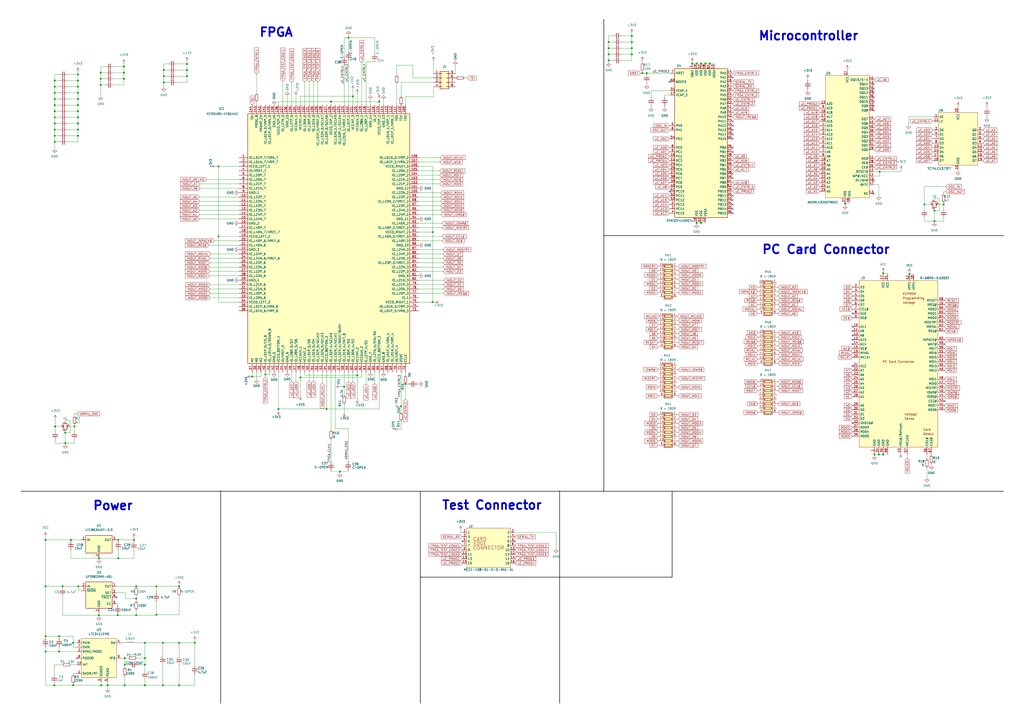
<source format=kicad_sch>
(kicad_sch (version 20230121) (generator eeschema)
  (paper "A2")
  (junction (at 108.458 40.64))
  (junction (at 41.148 313.182))
  (junction (at 34.29 377.952))
  (junction (at 42.418 397.51))
  (junction (at 58.42 49.276))
  (junction (at 174.244 218.948))
  (junction (at 72.39 381.762))
  (junction (at 68.326 356.87))
  (junction (at 235.204 222.758))
  (junction (at 510.286 99.568))
  (junction (at 77.724 313.182))
  (junction (at 45.212 64.516))
  (junction (at 31.496 397.51))
  (junction (at 94.996 40.64))
  (junction (at 536.194 118.618))
  (junction (at 113.03 372.872))
  (junction (at 26.416 369.062))
  (junction (at 153.924 217.17))
  (junction (at 103.886 340.106))
  (junction (at 207.264 217.678))
  (junction (at 509.778 263.652))
  (junction (at 57.404 323.85))
  (junction (at 103.886 372.872))
  (junction (at 32.004 247.396))
  (junction (at 45.212 43.18))
  (junction (at 72.39 385.572))
  (junction (at 58.42 42.164))
  (junction (at 45.212 57.404))
  (junction (at 58.42 45.72))
  (junction (at 353.06 35.052))
  (junction (at 366.522 20.828))
  (junction (at 507.238 263.652))
  (junction (at 45.212 46.736))
  (junction (at 126.746 137.16))
  (junction (at 31.75 75.184))
  (junction (at 26.416 340.106))
  (junction (at 31.75 57.404))
  (junction (at 45.212 60.96))
  (junction (at 189.484 237.236))
  (junction (at 250.952 175.26))
  (junction (at 26.416 377.952))
  (junction (at 78.994 356.87))
  (junction (at 68.58 313.182))
  (junction (at 57.404 356.87))
  (junction (at 71.882 42.164))
  (junction (at 78.994 340.106))
  (junction (at 68.58 323.85))
  (junction (at 353.06 27.94))
  (junction (at 94.488 372.872))
  (junction (at 512.318 158.496))
  (junction (at 366.522 27.94))
  (junction (at 31.75 78.74))
  (junction (at 108.458 44.196))
  (junction (at 94.996 47.752))
  (junction (at 542.036 128.27))
  (junction (at 353.06 24.384))
  (junction (at 103.886 397.51))
  (junction (at 31.75 68.072))
  (junction (at 126.746 96.52))
  (junction (at 250.952 134.62))
  (junction (at 94.488 397.51))
  (junction (at 84.074 385.572))
  (junction (at 232.664 235.712))
  (junction (at 192.024 58.928))
  (junction (at 219.964 58.928))
  (junction (at 34.29 369.062))
  (junction (at 375.158 42.418))
  (junction (at 36.322 340.106))
  (junction (at 490.22 118.11))
  (junction (at 84.074 381.762))
  (junction (at 108.458 37.084))
  (junction (at 31.75 50.292))
  (junction (at 31.75 60.96))
  (junction (at 366.522 31.496))
  (junction (at 199.644 224.282))
  (junction (at 406.654 129.286))
  (junction (at 45.212 75.184))
  (junction (at 94.996 44.196))
  (junction (at 71.882 38.608))
  (junction (at 197.104 273.558))
  (junction (at 45.466 340.106))
  (junction (at 42.418 372.872))
  (junction (at 90.678 340.106))
  (junction (at 31.75 46.736))
  (junction (at 84.074 372.872))
  (junction (at 161.544 237.236))
  (junction (at 401.574 36.83))
  (junction (at 45.212 71.628))
  (junction (at 542.036 122.174))
  (junction (at 146.304 218.44))
  (junction (at 62.484 397.51))
  (junction (at 527.558 159.004))
  (junction (at 71.882 45.72))
  (junction (at 90.678 356.616))
  (junction (at 45.212 68.072))
  (junction (at 45.212 50.292))
  (junction (at 409.194 36.83))
  (junction (at 404.114 129.286))
  (junction (at 406.654 36.83))
  (junction (at 26.416 313.182))
  (junction (at 202.184 21.844))
  (junction (at 37.846 257.048))
  (junction (at 31.75 53.848))
  (junction (at 37.846 250.952))
  (junction (at 366.522 24.384))
  (junction (at 78.994 347.218))
  (junction (at 411.734 36.83))
  (junction (at 43.18 247.396))
  (junction (at 31.75 82.296))
  (junction (at 58.674 397.51))
  (junction (at 84.074 397.51))
  (junction (at 204.724 55.88))
  (junction (at 45.212 78.74))
  (junction (at 45.212 53.848))
  (junction (at 31.75 64.516))
  (junction (at 372.618 42.418))
  (junction (at 512.318 263.652))
  (junction (at 72.39 397.51))
  (junction (at 547.37 118.618))
  (junction (at 31.75 71.628))
  (junction (at 404.114 36.83))
  (junction (at 353.06 31.496))
  (no_connect (at 424.942 113.538))
  (no_connect (at 44.704 381.762))
  (no_connect (at 494.538 197.104))
  (no_connect (at 494.538 192.024))
  (no_connect (at 424.942 123.698))
  (no_connect (at 388.366 47.498))
  (no_connect (at 522.478 264.668))
  (no_connect (at 494.538 245.364))
  (no_connect (at 424.942 70.358))
  (no_connect (at 424.942 118.618))
  (no_connect (at 424.942 116.078))
  (no_connect (at 424.942 103.378))
  (no_connect (at 494.538 212.344))
  (no_connect (at 506.73 104.648))
  (no_connect (at 424.942 44.958))
  (no_connect (at 494.538 199.644))
  (no_connect (at 424.942 100.838))
  (no_connect (at 494.538 194.564))
  (no_connect (at 424.942 121.158))
  (no_connect (at 424.942 88.138))
  (no_connect (at 424.942 77.978))
  (no_connect (at 547.878 232.664))
  (no_connect (at 388.366 110.998))
  (no_connect (at 424.942 72.898))
  (no_connect (at 506.73 51.308))
  (no_connect (at 506.73 48.768))
  (no_connect (at 268.224 313.944))
  (no_connect (at 298.704 313.944))
  (no_connect (at 494.538 189.484))
  (no_connect (at 67.564 346.456))
  (no_connect (at 424.942 85.598))
  (no_connect (at 424.942 80.518))
  (no_connect (at 506.73 56.388))
  (no_connect (at 506.73 64.008))
  (no_connect (at 506.73 58.928))
  (no_connect (at 506.73 61.468))
  (no_connect (at 506.73 53.848))
  (no_connect (at 547.878 199.644))
  (no_connect (at 494.538 181.864))
  (no_connect (at 424.942 75.438))
  (wire (pts (xy 161.544 237.236) (xy 161.544 215.9)))
  (wire (pts (xy 393.446 245.618) (xy 392.684 245.618)))
  (wire (pts (xy 39.37 43.18) (xy 45.212 43.18)))
  (wire (pts (xy 251.46 56.134) (xy 251.46 50.292)))
  (wire (pts (xy 255.524 116.84) (xy 242.824 116.84)))
  (wire (pts (xy 371.602 42.418) (xy 372.618 42.418)))
  (wire (pts (xy 366.522 24.384) (xy 366.522 20.828)))
  (wire (pts (xy 451.358 239.268) (xy 450.596 239.268)))
  (wire (pts (xy 44.704 375.412) (xy 42.418 375.412)))
  (wire (pts (xy 102.616 47.752) (xy 108.458 47.752)))
  (wire (pts (xy 58.42 42.164) (xy 60.96 42.164)))
  (wire (pts (xy 541.02 80.518) (xy 541.782 80.518)))
  (wire (pts (xy 94.996 40.64) (xy 97.536 40.64)))
  (wire (pts (xy 39.37 60.96) (xy 45.212 60.96)))
  (wire (pts (xy 58.42 49.276) (xy 60.96 49.276)))
  (wire (pts (xy 43.18 247.396) (xy 43.18 250.19)))
  (wire (pts (xy 424.942 113.538) (xy 424.434 113.538)))
  (wire (pts (xy 451.358 208.28) (xy 450.596 208.28)))
  (wire (pts (xy 414.274 36.83) (xy 411.734 36.83)))
  (wire (pts (xy 45.466 342.646) (xy 45.466 340.106)))
  (wire (pts (xy 451.358 198.12) (xy 450.596 198.12)))
  (wire (pts (xy 235.204 222.758) (xy 236.982 222.758)))
  (wire (pts (xy 84.074 389.128) (xy 84.074 385.572)))
  (wire (pts (xy 424.942 44.958) (xy 424.434 44.958)))
  (wire (pts (xy 126.746 137.16) (xy 138.684 137.16)))
  (wire (pts (xy 66.04 45.72) (xy 71.882 45.72)))
  (wire (pts (xy 381.762 219.456) (xy 382.524 219.456)))
  (wire (pts (xy 78.994 356.87) (xy 68.326 356.87)))
  (wire (pts (xy 121.412 142.24) (xy 138.684 142.24)))
  (wire (pts (xy 62.484 395.732) (xy 62.484 397.51)))
  (wire (pts (xy 424.942 93.218) (xy 424.434 93.218)))
  (wire (pts (xy 424.942 52.578) (xy 424.434 52.578)))
  (wire (pts (xy 439.42 169.164) (xy 440.436 169.164)))
  (wire (pts (xy 161.544 58.928) (xy 192.024 58.928)))
  (wire (pts (xy 242.824 134.62) (xy 250.952 134.62)))
  (wire (pts (xy 45.212 68.072) (xy 45.212 64.516)))
  (wire (pts (xy 90.678 340.106) (xy 78.994 340.106)))
  (wire (pts (xy 439.674 195.58) (xy 440.436 195.58)))
  (wire (pts (xy 256.54 139.7) (xy 242.824 139.7)))
  (wire (pts (xy 439.674 198.12) (xy 440.436 198.12)))
  (wire (pts (xy 475.742 83.058) (xy 476.25 83.058)))
  (wire (pts (xy 475.742 62.738) (xy 476.25 62.738)))
  (wire (pts (xy 62.484 397.51) (xy 62.484 399.288)))
  (wire (pts (xy 509.778 263.144) (xy 509.778 263.652)))
  (wire (pts (xy 401.574 36.322) (xy 401.574 36.83)))
  (wire (pts (xy 424.942 62.738) (xy 424.434 62.738)))
  (wire (pts (xy 57.404 356.87) (xy 57.404 357.378)))
  (wire (pts (xy 121.666 154.94) (xy 138.684 154.94)))
  (wire (pts (xy 264.16 38.1) (xy 264.16 42.672)))
  (wire (pts (xy 222.504 57.912) (xy 222.504 60.96)))
  (wire (pts (xy 510.286 102.108) (xy 510.286 99.568)))
  (wire (pts (xy 153.924 217.17) (xy 153.924 215.9)))
  (wire (pts (xy 70.104 381.762) (xy 72.39 381.762)))
  (wire (pts (xy 255.524 114.3) (xy 242.824 114.3)))
  (wire (pts (xy 80.01 385.572) (xy 84.074 385.572)))
  (wire (pts (xy 507.238 79.248) (xy 506.73 79.248)))
  (wire (pts (xy 26.416 377.952) (xy 26.416 397.51)))
  (wire (pts (xy 385.572 55.118) (xy 385.572 56.388)))
  (wire (pts (xy 192.024 215.9) (xy 192.024 249.682)))
  (wire (pts (xy 257.302 165.1) (xy 242.824 165.1)))
  (wire (pts (xy 34.29 370.332) (xy 34.29 369.062)))
  (wire (pts (xy 424.942 88.138) (xy 424.434 88.138)))
  (wire (pts (xy 360.68 20.828) (xy 366.522 20.828)))
  (wire (pts (xy 451.358 179.324) (xy 450.596 179.324)))
  (wire (pts (xy 257.048 157.48) (xy 242.824 157.48)))
  (wire (pts (xy 45.212 60.96) (xy 45.212 57.404)))
  (wire (pts (xy 26.416 375.412) (xy 26.416 377.952)))
  (wire (pts (xy 475.742 70.358) (xy 476.25 70.358)))
  (wire (pts (xy 251.46 45.212) (xy 239.522 45.212)))
  (wire (pts (xy 404.114 129.286) (xy 404.114 129.794)))
  (wire (pts (xy 267.208 308.864) (xy 268.224 308.864)))
  (wire (pts (xy 235.204 56.134) (xy 251.46 56.134)))
  (wire (pts (xy 31.75 60.96) (xy 31.75 64.516)))
  (wire (pts (xy 121.92 172.72) (xy 138.684 172.72)))
  (wire (pts (xy 536.194 126.492) (xy 536.194 128.27)))
  (wire (pts (xy 41.148 323.85) (xy 57.404 323.85)))
  (wire (pts (xy 31.75 75.184) (xy 34.29 75.184)))
  (wire (pts (xy 146.304 218.44) (xy 146.304 215.9)))
  (wire (pts (xy 192.024 273.558) (xy 197.104 273.558)))
  (wire (pts (xy 536.194 108.204) (xy 536.194 118.618)))
  (wire (pts (xy 547.37 126.492) (xy 547.37 128.27)))
  (wire (pts (xy 212.344 35.814) (xy 212.344 60.96)))
  (wire (pts (xy 475.742 75.438) (xy 476.25 75.438)))
  (wire (pts (xy 164.084 47.244) (xy 164.084 60.96)))
  (wire (pts (xy 512.318 263.652) (xy 509.778 263.652)))
  (wire (pts (xy 31.75 78.74) (xy 34.29 78.74)))
  (wire (pts (xy 381.762 164.592) (xy 382.524 164.592)))
  (wire (pts (xy 381.762 253.238) (xy 382.524 253.238)))
  (wire (pts (xy 71.882 42.164) (xy 71.882 38.608)))
  (wire (pts (xy 439.674 208.28) (xy 440.436 208.28)))
  (wire (pts (xy 121.92 165.1) (xy 138.684 165.1)))
  (wire (pts (xy 451.358 176.784) (xy 450.596 176.784)))
  (wire (pts (xy 115.824 127) (xy 138.684 127)))
  (wire (pts (xy 393.446 201.168) (xy 392.684 201.168)))
  (wire (pts (xy 451.358 181.864) (xy 450.596 181.864)))
  (wire (pts (xy 424.942 108.458) (xy 424.434 108.458)))
  (wire (pts (xy 169.164 47.752) (xy 169.164 60.96)))
  (wire (pts (xy 468.63 45.974) (xy 468.63 46.736)))
  (wire (pts (xy 26.416 397.51) (xy 31.496 397.51)))
  (wire (pts (xy 541.02 90.678) (xy 541.782 90.678)))
  (wire (pts (xy 381.762 240.538) (xy 382.524 240.538)))
  (wire (pts (xy 475.742 108.458) (xy 476.25 108.458)))
  (wire (pts (xy 375.158 42.418) (xy 375.158 43.18)))
  (wire (pts (xy 26.416 311.404) (xy 26.416 313.182)))
  (wire (pts (xy 58.42 42.164) (xy 58.42 45.72)))
  (wire (pts (xy 176.784 217.678) (xy 207.264 217.678)))
  (wire (pts (xy 507.238 94.488) (xy 506.73 94.488)))
  (wire (pts (xy 353.06 27.94) (xy 355.6 27.94)))
  (wire (pts (xy 125.476 96.52) (xy 126.746 96.52)))
  (wire (pts (xy 57.404 355.346) (xy 57.404 356.87)))
  (wire (pts (xy 78.994 345.694) (xy 78.994 347.218)))
  (wire (pts (xy 189.484 237.236) (xy 219.964 237.236)))
  (wire (pts (xy 39.37 57.404) (xy 45.212 57.404)))
  (wire (pts (xy 475.742 88.138) (xy 476.25 88.138)))
  (wire (pts (xy 393.446 253.238) (xy 392.684 253.238)))
  (wire (pts (xy 102.616 40.64) (xy 108.458 40.64)))
  (wire (pts (xy 366.522 20.828) (xy 366.522 19.558)))
  (wire (pts (xy 451.358 195.58) (xy 450.596 195.58)))
  (wire (pts (xy 71.882 38.608) (xy 71.882 37.084)))
  (wire (pts (xy 257.048 152.4) (xy 242.824 152.4)))
  (wire (pts (xy 353.06 35.052) (xy 355.6 35.052)))
  (wire (pts (xy 388.366 72.898) (xy 388.874 72.898)))
  (wire (pts (xy 242.824 175.26) (xy 250.952 175.26)))
  (wire (pts (xy 103.886 397.51) (xy 94.488 397.51)))
  (wire (pts (xy 31.75 75.184) (xy 31.75 78.74)))
  (wire (pts (xy 393.446 159.512) (xy 392.684 159.512)))
  (wire (pts (xy 475.742 98.298) (xy 476.25 98.298)))
  (wire (pts (xy 409.194 36.83) (xy 406.654 36.83)))
  (wire (pts (xy 126.746 137.16) (xy 126.746 96.52)))
  (wire (pts (xy 544.83 122.174) (xy 542.036 122.174)))
  (wire (pts (xy 388.366 98.298) (xy 388.874 98.298)))
  (wire (pts (xy 547.37 117.602) (xy 547.37 118.618)))
  (wire (pts (xy 39.37 82.296) (xy 45.212 82.296)))
  (wire (pts (xy 250.952 175.26) (xy 251.714 175.26)))
  (wire (pts (xy 424.942 47.498) (xy 424.434 47.498)))
  (wire (pts (xy 439.674 239.268) (xy 440.436 239.268)))
  (wire (pts (xy 393.446 196.088) (xy 392.684 196.088)))
  (wire (pts (xy 232.664 215.9) (xy 232.664 235.712)))
  (wire (pts (xy 169.164 221.234) (xy 169.164 215.9)))
  (wire (pts (xy 31.496 385.572) (xy 31.496 391.414)))
  (wire (pts (xy 72.898 343.916) (xy 72.898 347.218)))
  (wire (pts (xy 388.366 103.378) (xy 388.874 103.378)))
  (wire (pts (xy 393.446 185.928) (xy 392.684 185.928)))
  (wire (pts (xy 250.952 96.52) (xy 250.952 134.62)))
  (wire (pts (xy 414.274 37.338) (xy 414.274 36.83)))
  (wire (pts (xy 108.458 47.752) (xy 108.458 44.196)))
  (wire (pts (xy 103.886 339.598) (xy 103.886 340.106)))
  (wire (pts (xy 366.522 27.94) (xy 366.522 24.384)))
  (wire (pts (xy 256.54 132.08) (xy 242.824 132.08)))
  (wire (pts (xy 34.29 369.062) (xy 42.418 369.062)))
  (wire (pts (xy 41.148 313.182) (xy 26.416 313.182)))
  (wire (pts (xy 393.446 162.052) (xy 392.684 162.052)))
  (wire (pts (xy 257.048 144.78) (xy 242.824 144.78)))
  (wire (pts (xy 353.06 20.828) (xy 353.06 24.384)))
  (wire (pts (xy 257.048 154.94) (xy 242.824 154.94)))
  (wire (pts (xy 388.366 118.618) (xy 388.874 118.618)))
  (wire (pts (xy 255.27 91.44) (xy 242.824 91.44)))
  (wire (pts (xy 179.324 47.498) (xy 179.324 60.96)))
  (wire (pts (xy 45.212 57.404) (xy 45.212 53.848)))
  (wire (pts (xy 235.204 60.96) (xy 235.204 56.134)))
  (wire (pts (xy 115.824 121.92) (xy 138.684 121.92)))
  (wire (pts (xy 401.574 36.83) (xy 401.574 37.338)))
  (wire (pts (xy 113.03 386.08) (xy 113.03 372.872)))
  (wire (pts (xy 199.644 21.844) (xy 202.184 21.844)))
  (wire (pts (xy 153.924 218.694) (xy 153.924 217.17)))
  (wire (pts (xy 255.016 106.68) (xy 242.824 106.68)))
  (wire (pts (xy 381.762 156.972) (xy 382.524 156.972)))
  (wire (pts (xy 113.03 371.856) (xy 113.03 372.872)))
  (wire (pts (xy 201.93 272.796) (xy 201.93 273.558)))
  (wire (pts (xy 388.366 47.498) (xy 388.874 47.498)))
  (polyline (pts (xy 128.016 284.734) (xy 128.016 407.924)) (stroke (width 0.3) (type solid) (color 0 0 0 1)))
  (wire (pts (xy 31.496 396.494) (xy 31.496 397.51)))
  (wire (pts (xy 572.516 67.564) (xy 572.516 68.326)))
  (wire (pts (xy 45.212 75.184) (xy 45.212 71.628)))
  (wire (pts (xy 57.404 323.85) (xy 57.404 324.358)))
  (wire (pts (xy 393.446 156.972) (xy 392.684 156.972)))
  (wire (pts (xy 26.416 340.106) (xy 26.416 369.062)))
  (wire (pts (xy 161.544 58.928) (xy 161.544 60.96)))
  (wire (pts (xy 121.92 170.18) (xy 138.684 170.18)))
  (wire (pts (xy 512.318 263.144) (xy 512.318 263.652)))
  (wire (pts (xy 37.846 243.84) (xy 40.64 243.84)))
  (wire (pts (xy 94.996 44.196) (xy 94.996 47.752)))
  (wire (pts (xy 541.02 77.978) (xy 541.782 77.978)))
  (wire (pts (xy 475.742 93.218) (xy 476.25 93.218)))
  (wire (pts (xy 527.05 67.818) (xy 541.782 67.818)))
  (wire (pts (xy 108.458 37.084) (xy 108.458 35.814)))
  (wire (pts (xy 102.616 37.084) (xy 108.458 37.084)))
  (wire (pts (xy 507.238 263.144) (xy 507.238 263.652)))
  (wire (pts (xy 451.358 174.244) (xy 450.596 174.244)))
  (wire (pts (xy 507.238 91.948) (xy 506.73 91.948)))
  (wire (pts (xy 385.572 61.468) (xy 385.572 62.23)))
  (wire (pts (xy 255.016 104.14) (xy 242.824 104.14)))
  (wire (pts (xy 512.318 158.496) (xy 512.318 159.004)))
  (wire (pts (xy 451.358 171.704) (xy 450.596 171.704)))
  (wire (pts (xy 393.446 224.536) (xy 392.684 224.536)))
  (wire (pts (xy 192.024 58.928) (xy 219.964 58.928)))
  (wire (pts (xy 475.742 77.978) (xy 476.25 77.978)))
  (wire (pts (xy 514.858 263.144) (xy 514.858 263.652)))
  (wire (pts (xy 219.964 57.658) (xy 219.964 58.928)))
  (wire (pts (xy 231.394 248.92) (xy 232.664 248.92)))
  (wire (pts (xy 381.762 214.376) (xy 382.524 214.376)))
  (wire (pts (xy 256.54 137.16) (xy 242.824 137.16)))
  (wire (pts (xy 570.23 75.438) (xy 569.722 75.438)))
  (wire (pts (xy 217.424 215.9) (xy 217.424 222.504)))
  (wire (pts (xy 113.03 372.872) (xy 103.886 372.872)))
  (wire (pts (xy 393.446 188.468) (xy 392.684 188.468)))
  (wire (pts (xy 393.446 248.158) (xy 392.684 248.158)))
  (wire (pts (xy 507.238 69.088) (xy 506.73 69.088)))
  (wire (pts (xy 424.942 110.998) (xy 424.434 110.998)))
  (wire (pts (xy 509.778 107.188) (xy 509.778 113.538)))
  (wire (pts (xy 181.864 47.498) (xy 181.864 60.96)))
  (wire (pts (xy 424.942 103.378) (xy 424.434 103.378)))
  (wire (pts (xy 375.158 48.26) (xy 375.158 49.022)))
  (wire (pts (xy 547.37 111.252) (xy 547.37 112.522)))
  (wire (pts (xy 540.258 268.986) (xy 540.258 269.748)))
  (wire (pts (xy 84.074 385.572) (xy 84.074 381.762)))
  (wire (pts (xy 544.83 115.062) (xy 544.83 122.174)))
  (wire (pts (xy 68.58 319.024) (xy 68.58 323.85)))
  (wire (pts (xy 122.428 147.32) (xy 138.684 147.32)))
  (wire (pts (xy 94.996 47.752) (xy 97.536 47.752)))
  (wire (pts (xy 242.824 111.76) (xy 255.524 111.76)))
  (wire (pts (xy 189.484 215.9) (xy 189.484 237.236)))
  (wire (pts (xy 490.22 117.348) (xy 490.22 118.11)))
  (wire (pts (xy 439.674 205.74) (xy 440.436 205.74)))
  (wire (pts (xy 381.762 154.432) (xy 382.524 154.432)))
  (wire (pts (xy 174.244 218.948) (xy 209.804 218.948)))
  (wire (pts (xy 322.58 308.864) (xy 322.58 318.262)))
  (wire (pts (xy 192.024 58.928) (xy 192.024 60.96)))
  (wire (pts (xy 439.674 221.488) (xy 440.436 221.488)))
  (wire (pts (xy 45.212 50.292) (xy 45.212 46.736)))
  (wire (pts (xy 84.074 397.51) (xy 72.39 397.51)))
  (wire (pts (xy 148.844 219.964) (xy 148.844 215.9)))
  (wire (pts (xy 94.996 37.084) (xy 94.996 40.64)))
  (wire (pts (xy 84.074 381.762) (xy 84.074 372.872)))
  (wire (pts (xy 235.204 217.678) (xy 235.204 215.9)))
  (wire (pts (xy 199.644 224.282) (xy 195.834 224.282)))
  (polyline (pts (xy 324.612 284.734) (xy 324.612 407.924)) (stroke (width 0.3) (type solid) (color 0 0 0 1)))
  (wire (pts (xy 242.062 222.758) (xy 242.824 222.758)))
  (wire (pts (xy 527.558 159.004) (xy 530.098 159.004)))
  (wire (pts (xy 31.75 82.296) (xy 34.29 82.296)))
  (wire (pts (xy 388.366 100.838) (xy 388.874 100.838)))
  (wire (pts (xy 44.704 377.952) (xy 34.29 377.952)))
  (wire (pts (xy 58.674 397.51) (xy 62.484 397.51)))
  (wire (pts (xy 121.666 160.02) (xy 138.684 160.02)))
  (wire (pts (xy 72.39 397.51) (xy 62.484 397.51)))
  (wire (pts (xy 522.478 263.144) (xy 522.478 264.668)))
  (wire (pts (xy 58.674 395.732) (xy 58.674 397.51)))
  (wire (pts (xy 108.458 40.64) (xy 108.458 37.084)))
  (wire (pts (xy 94.488 372.872) (xy 94.488 380.492)))
  (wire (pts (xy 199.644 38.1) (xy 199.644 60.96)))
  (wire (pts (xy 121.92 167.64) (xy 138.684 167.64)))
  (wire (pts (xy 116.078 106.68) (xy 138.684 106.68)))
  (wire (pts (xy 424.942 121.158) (xy 424.434 121.158)))
  (wire (pts (xy 192.024 273.05) (xy 192.024 273.558)))
  (wire (pts (xy 171.704 221.234) (xy 171.704 215.9)))
  (wire (pts (xy 40.64 243.84) (xy 40.64 250.952)))
  (wire (pts (xy 381.762 196.088) (xy 382.524 196.088)))
  (wire (pts (xy 353.06 24.384) (xy 353.06 27.94)))
  (wire (pts (xy 381.762 229.616) (xy 382.524 229.616)))
  (wire (pts (xy 507.238 71.628) (xy 506.73 71.628)))
  (wire (pts (xy 424.942 70.358) (xy 424.434 70.358)))
  (wire (pts (xy 475.742 90.678) (xy 476.25 90.678)))
  (wire (pts (xy 439.674 224.028) (xy 440.436 224.028)))
  (wire (pts (xy 36.322 340.106) (xy 36.322 340.868)))
  (wire (pts (xy 406.654 129.286) (xy 404.114 129.286)))
  (wire (pts (xy 199.644 33.02) (xy 199.644 21.844)))
  (wire (pts (xy 507.238 81.788) (xy 506.73 81.788)))
  (wire (pts (xy 103.886 356.616) (xy 90.678 356.616)))
  (wire (pts (xy 404.114 128.778) (xy 404.114 129.286)))
  (wire (pts (xy 360.68 24.384) (xy 366.522 24.384)))
  (wire (pts (xy 34.29 43.18) (xy 31.75 43.18)))
  (wire (pts (xy 166.624 55.88) (xy 166.624 60.96)))
  (wire (pts (xy 47.244 340.106) (xy 45.466 340.106)))
  (wire (pts (xy 181.864 220.98) (xy 181.864 215.9)))
  (wire (pts (xy 393.446 154.432) (xy 392.684 154.432)))
  (wire (pts (xy 424.942 105.918) (xy 424.434 105.918)))
  (wire (pts (xy 406.654 128.778) (xy 406.654 129.286)))
  (wire (pts (xy 176.784 217.678) (xy 176.784 215.9)))
  (wire (pts (xy 424.942 67.818) (xy 424.434 67.818)))
  (wire (pts (xy 388.366 123.698) (xy 388.874 123.698)))
  (wire (pts (xy 536.194 128.27) (xy 542.036 128.27)))
  (wire (pts (xy 31.75 71.628) (xy 34.29 71.628)))
  (wire (pts (xy 31.75 43.18) (xy 31.75 46.736)))
  (wire (pts (xy 34.29 53.848) (xy 31.75 53.848)))
  (wire (pts (xy 219.964 237.236) (xy 219.964 215.9)))
  (wire (pts (xy 353.06 24.384) (xy 355.6 24.384)))
  (wire (pts (xy 570.23 83.058) (xy 569.722 83.058)))
  (wire (pts (xy 201.93 248.666) (xy 201.93 267.716)))
  (wire (pts (xy 113.03 397.51) (xy 103.886 397.51)))
  (wire (pts (xy 544.576 118.618) (xy 547.37 118.618)))
  (wire (pts (xy 468.63 51.816) (xy 468.63 52.578)))
  (wire (pts (xy 57.404 356.87) (xy 68.326 356.87)))
  (wire (pts (xy 184.404 47.498) (xy 184.404 60.96)))
  (wire (pts (xy 209.804 215.9) (xy 209.804 218.948)))
  (wire (pts (xy 475.742 60.198) (xy 476.25 60.198)))
  (wire (pts (xy 366.522 35.052) (xy 366.522 31.496)))
  (wire (pts (xy 257.302 162.56) (xy 242.824 162.56)))
  (wire (pts (xy 451.358 166.624) (xy 450.596 166.624)))
  (wire (pts (xy 506.73 102.108) (xy 510.286 102.108)))
  (wire (pts (xy 45.466 340.106) (xy 36.322 340.106)))
  (wire (pts (xy 393.446 169.672) (xy 392.684 169.672)))
  (wire (pts (xy 42.418 396.494) (xy 42.418 397.51)))
  (wire (pts (xy 115.824 116.84) (xy 138.684 116.84)))
  (wire (pts (xy 393.446 219.456) (xy 392.684 219.456)))
  (wire (pts (xy 242.824 99.06) (xy 255.016 99.06)))
  (wire (pts (xy 514.858 159.004) (xy 514.858 158.496)))
  (wire (pts (xy 161.544 237.236) (xy 189.484 237.236)))
  (wire (pts (xy 527.558 158.496) (xy 527.558 159.004)))
  (wire (pts (xy 271.018 45.212) (xy 269.494 45.212)))
  (wire (pts (xy 424.942 65.278) (xy 424.434 65.278)))
  (polyline (pts (xy 243.84 334.772) (xy 389.89 334.772)) (stroke (width 0.3) (type solid) (color 0 0 0 1)))
  (wire (pts (xy 103.886 340.106) (xy 90.678 340.106)))
  (wire (pts (xy 393.446 229.616) (xy 392.684 229.616)))
  (wire (pts (xy 43.18 255.27) (xy 43.18 257.048)))
  (wire (pts (xy 388.874 55.118) (xy 385.572 55.118)))
  (wire (pts (xy 393.446 191.008) (xy 392.684 191.008)))
  (wire (pts (xy 507.238 76.708) (xy 506.73 76.708)))
  (wire (pts (xy 404.114 37.338) (xy 404.114 36.83)))
  (wire (pts (xy 424.942 118.618) (xy 424.434 118.618)))
  (wire (pts (xy 510.286 99.568) (xy 506.73 99.568)))
  (wire (pts (xy 537.718 263.144) (xy 537.718 266.192)))
  (wire (pts (xy 475.742 110.998) (xy 476.25 110.998)))
  (wire (pts (xy 47.244 342.646) (xy 45.466 342.646)))
  (wire (pts (xy 451.358 221.488) (xy 450.596 221.488)))
  (wire (pts (xy 138.684 175.26) (xy 126.746 175.26)))
  (wire (pts (xy 411.734 36.83) (xy 409.194 36.83)))
  (wire (pts (xy 103.886 340.614) (xy 103.886 340.106)))
  (wire (pts (xy 409.194 37.338) (xy 409.194 36.83)))
  (wire (pts (xy 102.616 44.196) (xy 108.458 44.196)))
  (wire (pts (xy 94.488 385.572) (xy 94.488 397.51)))
  (wire (pts (xy 108.458 44.196) (xy 108.458 40.64)))
  (wire (pts (xy 192.024 254.762) (xy 192.024 267.97)))
  (wire (pts (xy 45.212 64.516) (xy 45.212 60.96)))
  (wire (pts (xy 199.644 239.014) (xy 199.644 234.442)))
  (wire (pts (xy 31.75 46.736) (xy 31.75 50.292)))
  (wire (pts (xy 555.752 98.298) (xy 555.752 99.06)))
  (wire (pts (xy 424.942 116.078) (xy 424.434 116.078)))
  (wire (pts (xy 439.42 181.864) (xy 440.436 181.864)))
  (wire (pts (xy 45.212 71.628) (xy 45.212 68.072)))
  (wire (pts (xy 31.75 50.292) (xy 34.29 50.292)))
  (wire (pts (xy 232.664 248.92) (xy 232.664 244.348)))
  (wire (pts (xy 151.384 215.9) (xy 151.384 218.44)))
  (wire (pts (xy 475.742 105.918) (xy 476.25 105.918)))
  (wire (pts (xy 406.654 37.338) (xy 406.654 36.83)))
  (wire (pts (xy 90.678 348.996) (xy 90.678 356.616)))
  (wire (pts (xy 31.75 64.516) (xy 34.29 64.516)))
  (wire (pts (xy 70.104 372.872) (xy 72.898 372.872)))
  (wire (pts (xy 570.23 93.218) (xy 569.722 93.218)))
  (wire (pts (xy 32.004 250.19) (xy 32.004 247.396)))
  (wire (pts (xy 32.004 257.048) (xy 37.846 257.048)))
  (wire (pts (xy 90.678 343.916) (xy 90.678 340.106)))
  (wire (pts (xy 31.75 50.292) (xy 31.75 53.848)))
  (wire (pts (xy 388.366 116.078) (xy 388.874 116.078)))
  (wire (pts (xy 230.124 37.846) (xy 230.124 43.434)))
  (wire (pts (xy 103.886 345.694) (xy 103.886 356.616)))
  (wire (pts (xy 372.618 41.402) (xy 372.618 42.418)))
  (wire (pts (xy 39.37 78.74) (xy 45.212 78.74)))
  (wire (pts (xy 507.238 84.328) (xy 506.73 84.328)))
  (wire (pts (xy 526.288 263.144) (xy 526.288 265.684)))
  (wire (pts (xy 439.674 203.2) (xy 440.436 203.2)))
  (wire (pts (xy 77.724 319.278) (xy 77.724 323.85)))
  (wire (pts (xy 490.22 118.11) (xy 490.22 118.872)))
  (wire (pts (xy 381.762 167.132) (xy 382.524 167.132)))
  (wire (pts (xy 542.036 115.062) (xy 544.83 115.062)))
  (wire (pts (xy 451.358 224.028) (xy 450.596 224.028)))
  (wire (pts (xy 424.942 72.898) (xy 424.434 72.898)))
  (wire (pts (xy 58.42 38.608) (xy 58.42 42.164)))
  (polyline (pts (xy 350.266 136.652) (xy 582.168 136.652)) (stroke (width 0.3) (type solid) (color 0 0 0 1)))
  (wire (pts (xy 31.75 57.404) (xy 31.75 60.96)))
  (wire (pts (xy 121.666 157.48) (xy 138.684 157.48)))
  (wire (pts (xy 257.048 149.86) (xy 242.824 149.86)))
  (wire (pts (xy 547.37 118.618) (xy 547.37 121.412)))
  (wire (pts (xy 381.762 245.618) (xy 382.524 245.618)))
  (wire (pts (xy 377.698 61.468) (xy 377.698 62.23)))
  (wire (pts (xy 47.244 313.182) (xy 41.148 313.182)))
  (wire (pts (xy 174.244 218.948) (xy 174.244 215.9)))
  (wire (pts (xy 74.93 385.572) (xy 72.39 385.572)))
  (wire (pts (xy 381.762 201.168) (xy 382.524 201.168)))
  (wire (pts (xy 475.742 103.378) (xy 476.25 103.378)))
  (wire (pts (xy 537.718 271.272) (xy 537.718 277.114)))
  (wire (pts (xy 570.23 85.598) (xy 569.722 85.598)))
  (wire (pts (xy 451.358 193.04) (xy 450.596 193.04)))
  (wire (pts (xy 424.942 77.978) (xy 424.434 77.978)))
  (wire (pts (xy 451.358 234.188) (xy 450.596 234.188)))
  (wire (pts (xy 39.37 71.628) (xy 45.212 71.628)))
  (wire (pts (xy 451.358 200.66) (xy 450.596 200.66)))
  (wire (pts (xy 514.858 158.496) (xy 512.318 158.496)))
  (wire (pts (xy 475.742 72.898) (xy 476.25 72.898)))
  (wire (pts (xy 94.996 44.196) (xy 97.536 44.196)))
  (wire (pts (xy 179.324 220.98) (xy 179.324 215.9)))
  (wire (pts (xy 202.184 21.844) (xy 217.424 21.844)))
  (wire (pts (xy 491.49 40.386) (xy 491.49 41.148)))
  (wire (pts (xy 68.58 313.182) (xy 77.724 313.182)))
  (wire (pts (xy 94.996 47.752) (xy 94.996 50.546)))
  (wire (pts (xy 115.824 114.3) (xy 138.684 114.3)))
  (wire (pts (xy 40.386 247.396) (xy 43.18 247.396)))
  (wire (pts (xy 257.302 170.18) (xy 242.824 170.18)))
  (wire (pts (xy 212.344 35.814) (xy 217.424 35.814)))
  (wire (pts (xy 360.68 31.496) (xy 366.522 31.496)))
  (wire (pts (xy 31.75 68.072) (xy 31.75 71.628)))
  (wire (pts (xy 68.326 356.362) (xy 68.326 356.87)))
  (wire (pts (xy 72.39 381.762) (xy 72.39 385.572)))
  (wire (pts (xy 393.446 240.538) (xy 392.684 240.538)))
  (wire (pts (xy 204.724 215.9) (xy 204.724 221.488)))
  (wire (pts (xy 78.994 340.106) (xy 78.994 340.614)))
  (wire (pts (xy 42.418 372.872) (xy 42.418 369.062)))
  (wire (pts (xy 212.344 215.9) (xy 212.344 222.758)))
  (wire (pts (xy 381.762 188.468) (xy 382.524 188.468)))
  (wire (pts (xy 39.37 68.072) (xy 45.212 68.072)))
  (wire (pts (xy 507.238 46.228) (xy 506.73 46.228)))
  (wire (pts (xy 72.39 385.572) (xy 72.39 387.096)))
  (wire (pts (xy 572.516 61.722) (xy 572.516 62.484)))
  (wire (pts (xy 355.6 31.496) (xy 353.06 31.496)))
  (wire (pts (xy 126.746 175.26) (xy 126.746 137.16)))
  (wire (pts (xy 197.104 273.558) (xy 197.104 274.32)))
  (wire (pts (xy 542.036 116.078) (xy 542.036 115.062)))
  (wire (pts (xy 202.184 221.488) (xy 202.184 215.9)))
  (wire (pts (xy 67.564 350.266) (xy 68.326 350.266)))
  (wire (pts (xy 393.446 243.078) (xy 392.684 243.078)))
  (wire (pts (xy 174.244 229.362) (xy 174.244 218.948)))
  (wire (pts (xy 424.942 50.038) (xy 424.434 50.038)))
  (wire (pts (xy 256.54 129.54) (xy 242.824 129.54)))
  (wire (pts (xy 36.322 356.87) (xy 57.404 356.87)))
  (wire (pts (xy 353.06 31.496) (xy 353.06 35.052)))
  (wire (pts (xy 439.674 193.04) (xy 440.436 193.04)))
  (wire (pts (xy 257.302 167.64) (xy 242.824 167.64)))
  (wire (pts (xy 548.64 108.204) (xy 536.194 108.204)))
  (wire (pts (xy 381.762 198.628) (xy 382.524 198.628)))
  (wire (pts (xy 424.942 95.758) (xy 424.434 95.758)))
  (wire (pts (xy 393.446 255.778) (xy 392.684 255.778)))
  (wire (pts (xy 381.762 224.536) (xy 382.524 224.536)))
  (wire (pts (xy 57.404 323.342) (xy 57.404 323.85)))
  (wire (pts (xy 570.23 77.978) (xy 569.722 77.978)))
  (wire (pts (xy 39.37 50.292) (xy 45.212 50.292)))
  (wire (pts (xy 388.366 93.218) (xy 388.874 93.218)))
  (wire (pts (xy 71.882 49.276) (xy 71.882 45.72)))
  (wire (pts (xy 255.524 121.92) (xy 242.824 121.92)))
  (wire (pts (xy 45.212 78.74) (xy 45.212 75.184)))
  (wire (pts (xy 542.036 128.27) (xy 547.37 128.27)))
  (wire (pts (xy 255.27 93.98) (xy 242.824 93.98)))
  (wire (pts (xy 541.02 83.058) (xy 541.782 83.058)))
  (wire (pts (xy 174.244 55.88) (xy 204.724 55.88)))
  (wire (pts (xy 44.704 390.652) (xy 42.418 390.652)))
  (wire (pts (xy 475.742 65.278) (xy 476.25 65.278)))
  (wire (pts (xy 439.674 210.82) (xy 440.436 210.82)))
  (wire (pts (xy 235.204 222.758) (xy 235.204 231.648)))
  (wire (pts (xy 570.23 88.138) (xy 569.722 88.138)))
  (wire (pts (xy 439.42 179.324) (xy 440.436 179.324)))
  (wire (pts (xy 32.004 255.27) (xy 32.004 257.048)))
  (wire (pts (xy 31.75 60.96) (xy 34.29 60.96)))
  (wire (pts (xy 161.544 237.998) (xy 161.544 237.236)))
  (wire (pts (xy 84.074 394.208) (xy 84.074 397.51)))
  (wire (pts (xy 353.06 35.052) (xy 353.06 36.068)))
  (wire (pts (xy 90.678 356.616) (xy 90.678 356.87)))
  (wire (pts (xy 514.858 263.652) (xy 512.318 263.652)))
  (wire (pts (xy 84.074 372.872) (xy 77.978 372.872)))
  (wire (pts (xy 67.564 313.182) (xy 68.58 313.182)))
  (wire (pts (xy 72.39 392.176) (xy 72.39 397.51)))
  (wire (pts (xy 58.42 49.276) (xy 58.42 55.626)))
  (wire (pts (xy 39.37 53.848) (xy 45.212 53.848)))
  (wire (pts (xy 103.886 385.826) (xy 103.886 397.51)))
  (wire (pts (xy 507.238 263.652) (xy 509.778 263.652)))
  (wire (pts (xy 31.496 397.51) (xy 42.418 397.51)))
  (wire (pts (xy 522.732 98.806) (xy 522.732 99.568)))
  (wire (pts (xy 393.446 193.548) (xy 392.684 193.548)))
  (wire (pts (xy 424.942 85.598) (xy 424.434 85.598)))
  (wire (pts (xy 217.424 21.844) (xy 217.424 30.734)))
  (wire (pts (xy 31.75 46.736) (xy 34.29 46.736)))
  (wire (pts (xy 404.114 36.83) (xy 401.574 36.83)))
  (wire (pts (xy 355.6 20.828) (xy 353.06 20.828)))
  (wire (pts (xy 424.942 42.418) (xy 424.434 42.418)))
  (wire (pts (xy 388.366 85.598) (xy 388.874 85.598)))
  (wire (pts (xy 439.674 229.108) (xy 440.436 229.108)))
  (wire (pts (xy 68.58 313.182) (xy 68.58 313.944)))
  (wire (pts (xy 232.664 47.752) (xy 232.664 55.88)))
  (wire (pts (xy 424.942 60.198) (xy 424.434 60.198)))
  (wire (pts (xy 548.64 111.252) (xy 547.37 111.252)))
  (wire (pts (xy 67.564 340.106) (xy 78.994 340.106)))
  (wire (pts (xy 439.42 174.244) (xy 440.436 174.244)))
  (wire (pts (xy 424.942 123.698) (xy 424.434 123.698)))
  (wire (pts (xy 31.75 78.74) (xy 31.75 82.296)))
  (wire (pts (xy 542.036 121.158) (xy 542.036 122.174)))
  (wire (pts (xy 536.194 121.412) (xy 536.194 118.618)))
  (wire (pts (xy 43.18 246.38) (xy 43.18 247.396)))
  (wire (pts (xy 540.258 263.144) (xy 540.258 263.906)))
  (wire (pts (xy 214.884 57.912) (xy 214.884 60.96)))
  (wire (pts (xy 119.888 104.14) (xy 138.684 104.14)))
  (wire (pts (xy 267.208 307.594) (xy 267.208 308.864)))
  (wire (pts (xy 424.942 98.298) (xy 424.434 98.298)))
  (wire (pts (xy 424.942 80.518) (xy 424.434 80.518)))
  (wire (pts (xy 113.03 391.16) (xy 113.03 397.51)))
  (wire (pts (xy 230.124 235.712) (xy 232.664 235.712)))
  (wire (pts (xy 439.42 176.784) (xy 440.436 176.784)))
  (wire (pts (xy 250.952 134.62) (xy 250.952 175.26)))
  (wire (pts (xy 72.898 347.218) (xy 78.994 347.218)))
  (wire (pts (xy 475.742 85.598) (xy 476.25 85.598)))
  (wire (pts (xy 37.846 249.936) (xy 37.846 250.952)))
  (wire (pts (xy 451.358 226.568) (xy 450.596 226.568)))
  (wire (pts (xy 207.264 54.356) (xy 207.264 60.96)))
  (wire (pts (xy 202.184 21.844) (xy 202.184 29.972)))
  (wire (pts (xy 66.04 38.608) (xy 71.882 38.608)))
  (wire (pts (xy 66.04 49.276) (xy 71.882 49.276)))
  (wire (pts (xy 555.752 61.976) (xy 555.752 62.738)))
  (wire (pts (xy 43.18 240.03) (xy 43.18 241.3)))
  (wire (pts (xy 451.358 169.164) (xy 450.596 169.164)))
  (polyline (pts (xy 12.192 284.988) (xy 350.266 284.988)) (stroke (width 0.3) (type solid) (color 0 0 0 1)))
  (wire (pts (xy 156.464 217.17) (xy 153.924 217.17)))
  (wire (pts (xy 79.502 381.762) (xy 84.074 381.762)))
  (wire (pts (xy 475.742 95.758) (xy 476.25 95.758)))
  (wire (pts (xy 121.666 152.4) (xy 138.684 152.4)))
  (wire (pts (xy 219.964 58.928) (xy 219.964 60.96)))
  (wire (pts (xy 26.416 369.062) (xy 26.416 370.332)))
  (wire (pts (xy 174.244 60.96) (xy 174.244 55.88)))
  (wire (pts (xy 41.148 319.024) (xy 41.148 323.85)))
  (wire (pts (xy 44.45 240.03) (xy 43.18 240.03)))
  (wire (pts (xy 207.264 231.394) (xy 207.264 217.678)))
  (wire (pts (xy 381.762 258.318) (xy 382.524 258.318)))
  (wire (pts (xy 360.68 27.94) (xy 366.522 27.94)))
  (wire (pts (xy 409.194 128.778) (xy 409.194 129.286)))
  (wire (pts (xy 42.418 390.652) (xy 42.418 391.414)))
  (wire (pts (xy 45.212 46.736) (xy 45.212 43.18)))
  (polyline (pts (xy 243.84 284.988) (xy 243.84 407.924)) (stroke (width 0.3) (type solid) (color 0 0 0 1)))
  (wire (pts (xy 31.75 82.296) (xy 31.75 86.106)))
  (wire (pts (xy 36.068 385.572) (xy 31.496 385.572)))
  (wire (pts (xy 37.846 257.048) (xy 37.846 257.556)))
  (wire (pts (xy 381.762 243.078) (xy 382.524 243.078)))
  (wire (pts (xy 393.446 250.698) (xy 392.684 250.698)))
  (wire (pts (xy 388.366 108.458) (xy 388.874 108.458)))
  (wire (pts (xy 41.148 313.182) (xy 41.148 313.944)))
  (wire (pts (xy 32.004 243.332) (xy 32.004 247.396)))
  (wire (pts (xy 492.76 118.11) (xy 490.22 118.11)))
  (wire (pts (xy 176.784 47.498) (xy 176.784 60.96)))
  (wire (pts (xy 388.366 90.678) (xy 388.874 90.678)))
  (wire (pts (xy 242.824 96.52) (xy 250.952 96.52)))
  (wire (pts (xy 409.194 129.286) (xy 406.654 129.286)))
  (wire (pts (xy 388.366 121.158) (xy 388.874 121.158)))
  (wire (pts (xy 39.37 46.736) (xy 45.212 46.736)))
  (wire (pts (xy 45.212 53.848) (xy 45.212 50.292)))
  (wire (pts (xy 411.734 37.338) (xy 411.734 36.83)))
  (wire (pts (xy 393.446 164.592) (xy 392.684 164.592)))
  (wire (pts (xy 68.58 323.85) (xy 57.404 323.85)))
  (wire (pts (xy 377.698 52.578) (xy 377.698 56.388)))
  (wire (pts (xy 570.23 90.678) (xy 569.722 90.678)))
  (wire (pts (xy 44.704 372.872) (xy 42.418 372.872)))
  (wire (pts (xy 77.724 313.182) (xy 77.724 314.198)))
  (wire (pts (xy 381.762 162.052) (xy 382.524 162.052)))
  (wire (pts (xy 26.416 340.106) (xy 36.322 340.106)))
  (wire (pts (xy 116.078 109.22) (xy 138.684 109.22)))
  (wire (pts (xy 34.29 377.952) (xy 26.416 377.952)))
  (wire (pts (xy 353.06 27.94) (xy 353.06 31.496)))
  (wire (pts (xy 90.678 356.87) (xy 78.994 356.87)))
  (wire (pts (xy 201.93 273.558) (xy 197.104 273.558)))
  (wire (pts (xy 58.42 38.608) (xy 60.96 38.608)))
  (wire (pts (xy 37.846 257.048) (xy 43.18 257.048)))
  (wire (pts (xy 40.64 250.952) (xy 37.846 250.952)))
  (wire (pts (xy 536.194 118.618) (xy 539.496 118.618)))
  (wire (pts (xy 72.39 381.762) (xy 74.422 381.762)))
  (wire (pts (xy 194.564 215.9) (xy 194.564 248.666)))
  (wire (pts (xy 42.418 397.51) (xy 58.674 397.51)))
  (wire (pts (xy 424.942 90.678) (xy 424.434 90.678)))
  (wire (pts (xy 156.464 215.9) (xy 156.464 217.17)))
  (wire (pts (xy 199.644 215.9) (xy 199.644 224.282)))
  (wire (pts (xy 207.264 217.678) (xy 207.264 215.9)))
  (wire (pts (xy 103.886 372.872) (xy 94.488 372.872)))
  (wire (pts (xy 381.762 169.672) (xy 382.524 169.672)))
  (wire (pts (xy 37.846 244.856) (xy 37.846 243.84)))
  (wire (pts (xy 115.824 124.46) (xy 138.684 124.46)))
  (wire (pts (xy 372.618 35.56) (xy 372.618 36.322)))
  (wire (pts (xy 45.212 82.296) (xy 45.212 78.74)))
  (wire (pts (xy 381.762 191.008) (xy 382.524 191.008)))
  (wire (pts (xy 451.358 203.2) (xy 450.596 203.2)))
  (wire (pts (xy 77.724 312.166) (xy 77.724 313.182)))
  (wire (pts (xy 31.75 71.628) (xy 31.75 75.184)))
  (wire (pts (xy 512.318 157.988) (xy 512.318 158.496)))
  (wire (pts (xy 199.644 224.282) (xy 199.644 229.362)))
  (wire (pts (xy 541.02 88.138) (xy 541.782 88.138)))
  (wire (pts (xy 393.446 167.132) (xy 392.684 167.132)))
  (wire (pts (xy 257.048 147.32) (xy 242.824 147.32)))
  (wire (pts (xy 255.524 119.38) (xy 242.824 119.38)))
  (wire (pts (xy 381.762 248.158) (xy 382.524 248.158)))
  (wire (pts (xy 126.746 96.52) (xy 138.684 96.52)))
  (wire (pts (xy 542.036 122.174) (xy 542.036 128.27)))
  (wire (pts (xy 439.42 166.624) (xy 440.436 166.624)))
  (wire (pts (xy 68.58 323.85) (xy 77.724 323.85)))
  (wire (pts (xy 388.366 110.998) (xy 388.874 110.998)))
  (wire (pts (xy 58.42 45.72) (xy 58.42 49.276)))
  (wire (pts (xy 41.148 385.572) (xy 44.704 385.572)))
  (wire (pts (xy 58.42 45.72) (xy 60.96 45.72)))
  (wire (pts (xy 381.762 255.778) (xy 382.524 255.778)))
  (wire (pts (xy 388.874 52.578) (xy 377.698 52.578)))
  (wire (pts (xy 42.418 375.412) (xy 42.418 372.872)))
  (wire (pts (xy 121.666 149.86) (xy 138.684 149.86)))
  (wire (pts (xy 475.742 67.818) (xy 476.25 67.818)))
  (wire (pts (xy 94.488 397.51) (xy 84.074 397.51)))
  (wire (pts (xy 232.664 239.268) (xy 232.664 235.712)))
  (wire (pts (xy 31.75 53.848) (xy 31.75 57.404)))
  (wire (pts (xy 202.184 20.574) (xy 202.184 21.844)))
  (wire (pts (xy 542.036 128.27) (xy 542.036 128.778)))
  (wire (pts (xy 492.76 117.348) (xy 492.76 118.11)))
  (polyline (pts (xy 350.266 284.988) (xy 581.914 284.988)) (stroke (width 0.3) (type solid) (color 0 0 0 1)))
  (wire (pts (xy 94.996 37.084) (xy 97.536 37.084)))
  (wire (pts (xy 393.446 214.376) (xy 392.684 214.376)))
  (wire (pts (xy 388.366 113.538) (xy 388.874 113.538)))
  (wire (pts (xy 388.366 80.518) (xy 388.874 80.518)))
  (wire (pts (xy 201.93 248.666) (xy 194.564 248.666)))
  (wire (pts (xy 527.05 72.39) (xy 527.05 67.818)))
  (wire (pts (xy 251.46 35.56) (xy 251.46 42.672)))
  (wire (pts (xy 451.358 205.74) (xy 450.596 205.74)))
  (wire (pts (xy 507.238 86.868) (xy 506.73 86.868)))
  (wire (pts (xy 124.46 139.7) (xy 138.684 139.7)))
  (wire (pts (xy 439.674 226.568) (xy 440.436 226.568)))
  (wire (pts (xy 204.724 55.88) (xy 204.724 52.324)))
  (wire (pts (xy 26.416 313.182) (xy 26.416 340.106)))
  (wire (pts (xy 393.446 258.318) (xy 392.684 258.318)))
  (wire (pts (xy 388.366 105.918) (xy 388.874 105.918)))
  (wire (pts (xy 186.944 222.25) (xy 186.944 215.9)))
  (wire (pts (xy 94.996 40.64) (xy 94.996 44.196)))
  (polyline (pts (xy 389.89 284.988) (xy 389.89 334.772)) (stroke (width 0.3) (type solid) (color 0 0 0 1)))
  (wire (pts (xy 507.238 74.168) (xy 506.73 74.168)))
  (wire (pts (xy 522.732 99.568) (xy 510.286 99.568)))
  (wire (pts (xy 39.37 64.516) (xy 45.212 64.516)))
  (wire (pts (xy 204.724 55.88) (xy 204.724 60.96)))
  (wire (pts (xy 541.02 70.358) (xy 541.782 70.358)))
  (wire (pts (xy 360.68 35.052) (xy 366.522 35.052)))
  (wire (pts (xy 251.46 47.752) (xy 232.664 47.752)))
  (wire (pts (xy 255.016 101.6) (xy 242.824 101.6)))
  (wire (pts (xy 26.416 369.062) (xy 34.29 369.062)))
  (wire (pts (xy 424.942 75.438) (xy 424.434 75.438)))
  (wire (pts (xy 541.02 93.218) (xy 541.782 93.218)))
  (wire (pts (xy 393.446 198.628) (xy 392.684 198.628)))
  (wire (pts (xy 239.522 37.846) (xy 230.124 37.846)))
  (wire (pts (xy 32.004 247.396) (xy 35.306 247.396)))
  (wire (pts (xy 388.366 75.438) (xy 388.874 75.438)))
  (wire (pts (xy 37.846 250.952) (xy 37.846 257.048)))
  (wire (pts (xy 94.488 372.872) (xy 84.074 372.872)))
  (wire (pts (xy 78.994 347.218) (xy 78.994 348.742)))
  (wire (pts (xy 202.184 35.052) (xy 202.184 60.96)))
  (wire (pts (xy 424.942 55.118) (xy 424.434 55.118)))
  (wire (pts (xy 239.522 45.212) (xy 239.522 37.846)))
  (wire (pts (xy 381.762 250.698) (xy 382.524 250.698)))
  (wire (pts (xy 381.762 193.548) (xy 382.524 193.548)))
  (wire (pts (xy 381.762 159.512) (xy 382.524 159.512)))
  (wire (pts (xy 388.366 95.758) (xy 388.874 95.758)))
  (wire (pts (xy 34.29 375.412) (xy 34.29 377.952)))
  (wire (pts (xy 439.674 200.66) (xy 440.436 200.66)))
  (wire (pts (xy 298.704 308.864) (xy 322.58 308.864)))
  (wire (pts (xy 36.322 345.948) (xy 36.322 356.87)))
  (wire (pts (xy 31.75 64.516) (xy 31.75 68.072)))
  (wire (pts (xy 424.942 100.838) (xy 424.434 100.838)))
  (wire (pts (xy 31.75 57.404) (xy 34.29 57.404)))
  (wire (pts (xy 45.212 43.18) (xy 45.212 41.91)))
  (wire (pts (xy 366.522 31.496) (xy 366.522 27.94)))
  (wire (pts (xy 67.564 343.916) (xy 72.898 343.916)))
  (wire (pts (xy 388.366 88.138) (xy 388.874 88.138)))
  (wire (pts (xy 381.762 185.928) (xy 382.524 185.928)))
  (wire (pts (xy 451.358 210.82) (xy 450.596 210.82)))
  (wire (pts (xy 171.704 55.88) (xy 171.704 60.96)))
  (wire (pts (xy 507.238 97.028) (xy 506.73 97.028)))
  (wire (pts (xy 541.02 85.598) (xy 541.782 85.598)))
  (wire (pts (xy 103.886 372.872) (xy 103.886 380.746)))
  (wire (pts (xy 406.654 36.83) (xy 404.114 36.83)))
  (wire (pts (xy 375.158 42.418) (xy 388.874 42.418)))
  (wire (pts (xy 506.73 107.188) (xy 509.778 107.188)))
  (wire (pts (xy 475.742 80.518) (xy 476.25 80.518)))
  (wire (pts (xy 264.414 45.212) (xy 264.16 45.212)))
  (wire (pts (xy 439.674 234.188) (xy 440.436 234.188)))
  (wire (pts (xy 230.124 48.514) (xy 230.124 60.96)))
  (wire (pts (xy 372.618 42.418) (xy 375.158 42.418)))
  (wire (pts (xy 451.358 229.108) (xy 450.596 229.108)))
  (wire (pts (xy 148.844 59.182) (xy 148.844 60.96)))
  (wire (pts (xy 541.02 75.438) (xy 541.782 75.438)))
  (polyline (pts (xy 350.266 11.176) (xy 350.266 284.988)) (stroke (width 0.3) (type solid) (color 0 0 0 1)))
  (wire (pts (xy 31.75 68.072) (xy 34.29 68.072)))
  (wire (pts (xy 570.23 80.518) (xy 569.722 80.518)))
  (wire (pts (xy 439.42 171.704) (xy 440.436 171.704)))
  (wire (pts (xy 78.994 353.822) (xy 78.994 356.87)))
  (wire (pts (xy 151.384 218.44) (xy 146.304 218.44)))
  (wire (pts (xy 68.326 350.266) (xy 68.326 351.282)))
  (wire (pts (xy 39.37 75.184) (xy 45.212 75.184)))
  (wire (pts (xy 507.238 263.652) (xy 507.238 264.16)))
  (wire (pts (xy 148.844 42.926) (xy 148.844 54.102)))
  (wire (pts (xy 242.824 124.46) (xy 255.778 124.46)))
  (wire (pts (xy 424.942 57.658) (xy 424.434 57.658)))
  (wire (pts (xy 71.882 45.72) (xy 71.882 42.164)))
  (wire (pts (xy 66.04 42.164) (xy 71.882 42.164)))
  (wire (pts (xy 475.742 100.838) (xy 476.25 100.838)))
  (wire (pts (xy 209.804 36.322) (xy 209.804 60.96)))
  (wire (pts (xy 115.824 119.38) (xy 138.684 119.38)))
  (text "Test Connector" (at 256.032 296.164 0) (effects (font (size 5.08 5.08) bold) (justify left bottom)))
  (text "Microcontroller" (at 439.674 23.876 0) (effects (font (size 5.08 5.08) bold) (justify left bottom)))
  (text "PC Card Connector" (at 441.706 147.828 0) (effects (font (size 5.08 5.08) bold) (justify left bottom)))
  (text "FPGA" (at 150.114 21.844 0) (effects (font (size 5.08 5.08) (thickness 1.016) bold) (justify left bottom)))
  (text "Power" (at 53.594 296.418 0) (effects (font (size 5.08 5.08) bold) (justify left bottom)))
  (label "uC_CNTRL2" (at 202.184 36.83 270))
  (label "FPGA_CLK1" (at 192.024 267.97 90))
  (label "uC_PROG3" (at 378.46 42.418 0))
  (label "uC_CNTRL1" (at 199.644 38.1 270))
  (label "40MHz_OSC" (at 201.93 266.7 90))
  (label "uC_CNTRL4" (at 212.344 36.83 270))
  (label "FPGA_CNTRL3" (at 232.664 230.378 90))
  (global_label "A1" (shape input) (at 494.538 230.124 180) (property "Intersheetrefs" "${INTERSHEET_REFS}" (effects hide)) (property "Обозначения листов" "${INTERSHEET_REFS}" (effects hide)))
  (global_label "INOUT_A1" (shape input) (at 451.358 176.784 0) (property "Intersheetrefs" "${INTERSHEET_REFS}" (effects hide)) (property "Обозначения листов" "${INTERSHEET_REFS}" (effects hide)))
  (global_label "uC_AD4" (shape input) (at 388.366 98.298 180) (property "Intersheetrefs" "${INTERSHEET_REFS}" (effects hide)))
  (global_label "uC_AD6" (shape input) (at 541.02 90.678 180) (property "Intersheetrefs" "${INTERSHEET_REFS}" (effects hide)) (property "Обозначения листов" "${INTERSHEET_REFS}" (effects hide)))
  (global_label "INOUT_A5" (shape input) (at 393.446 196.088 0) (property "Intersheetrefs" "${INTERSHEET_REFS}" (effects hide)) (property "Обозначения листов" "${INTERSHEET_REFS}" (effects hide)))
  (global_label "INOUT_D0" (shape input) (at 257.302 167.64 0) (property "Intersheetrefs" "${INTERSHEET_REFS}" (effects hide)) (property "Обозначения листов" "${INTERSHEET_REFS}" (effects hide)))
  (global_label "INOUT_A5" (shape input) (at 115.824 114.3 180) (property "Intersheetrefs" "${INTERSHEET_REFS}" (effects hide)) (property "Обозначения листов" "${INTERSHEET_REFS}" (effects hide)))
  (global_label "D1" (shape input) (at 494.538 240.284 180) (property "Intersheetrefs" "${INTERSHEET_REFS}" (effects hide)) (property "Обозначения листов" "${INTERSHEET_REFS}" (effects hide)))
  (global_label "uC_A11" (shape input) (at 388.366 113.538 180) (property "Intersheetrefs" "${INTERSHEET_REFS}" (effects hide)))
  (global_label "CE1#" (shape input) (at 494.538 179.324 180) (property "Intersheetrefs" "${INTERSHEET_REFS}" (effects hide)) (property "Обозначения листов" "${INTERSHEET_REFS}" (effects hide)))
  (global_label "uC_A7" (shape input) (at 475.742 95.758 180) (property "Intersheetrefs" "${INTERSHEET_REFS}" (effects hide)) (property "Обозначения листов" "${INTERSHEET_REFS}" (effects hide)))
  (global_label "INOUT_MDI3" (shape input) (at 451.358 200.66 0) (property "Intersheetrefs" "${INTERSHEET_REFS}" (effects hide)) (property "Обозначения листов" "${INTERSHEET_REFS}" (effects hide)))
  (global_label "FPGA_TEST_EDGE2" (shape input) (at 298.704 316.484 0) (property "Intersheetrefs" "${INTERSHEET_REFS}" (effects hide)) (property "Обозначения листов" "${INTERSHEET_REFS}" (effects hide)))
  (global_label "D7" (shape input) (at 381.762 258.318 180) (property "Intersheetrefs" "${INTERSHEET_REFS}" (effects hide)) (property "Обозначения листов" "${INTERSHEET_REFS}" (effects hide)))
  (global_label "A0" (shape input) (at 439.42 181.864 180) (property "Intersheetrefs" "${INTERSHEET_REFS}" (effects hide)) (property "Обозначения листов" "${INTERSHEET_REFS}" (effects hide)))
  (global_label "IORD#" (shape input) (at 439.674 239.268 180) (property "Intersheetrefs" "${INTERSHEET_REFS}" (effects hide)) (property "Обозначения листов" "${INTERSHEET_REFS}" (effects hide)))
  (global_label "INOUT_MCLKI" (shape input) (at 255.27 91.44 0) (property "Intersheetrefs" "${INTERSHEET_REFS}" (effects hide)) (property "Обозначения листов" "${INTERSHEET_REFS}" (effects hide)))
  (global_label "FPGA_TEST_EDGE3" (shape input) (at 176.784 47.498 90) (property "Intersheetrefs" "${INTERSHEET_REFS}" (effects hide)) (property "Обозначения листов" "${INTERSHEET_REFS}" (effects hide)))
  (global_label "INOUT_MDO5" (shape input) (at 121.666 157.48 180) (property "Intersheetrefs" "${INTERSHEET_REFS}" (effects hide)) (property "Обозначения листов" "${INTERSHEET_REFS}" (effects hide)))
  (global_label "MDO2" (shape input) (at 547.878 179.324 0) (property "Intersheetrefs" "${INTERSHEET_REFS}" (effects hide)) (property "Обозначения листов" "${INTERSHEET_REFS}" (effects hide)))
  (global_label "A6" (shape input) (at 381.762 193.548 180) (property "Intersheetrefs" "${INTERSHEET_REFS}" (effects hide)) (property "Обозначения листов" "${INTERSHEET_REFS}" (effects hide)))
  (global_label "INOUT_MDI4" (shape input) (at 255.524 111.76 0) (property "Intersheetrefs" "${INTERSHEET_REFS}" (effects hide)) (property "Обозначения листов" "${INTERSHEET_REFS}" (effects hide)))
  (global_label "A4" (shape input) (at 494.538 222.504 180) (property "Intersheetrefs" "${INTERSHEET_REFS}" (effects hide)) (property "Обозначения листов" "${INTERSHEET_REFS}" (effects hide)))
  (global_label "uC_AD3" (shape input) (at 541.02 75.438 180) (property "Intersheetrefs" "${INTERSHEET_REFS}" (effects hide)) (property "Обозначения листов" "${INTERSHEET_REFS}" (effects hide)))
  (global_label "IOWR#" (shape input) (at 547.878 227.584 0) (property "Intersheetrefs" "${INTERSHEET_REFS}" (effects hide)) (property "Обозначения листов" "${INTERSHEET_REFS}" (effects hide)))
  (global_label "uC_AD3" (shape input) (at 202.184 221.488 270) (property "Intersheetrefs" "${INTERSHEET_REFS}" (effects hide)) (property "Обозначения листов" "${INTERSHEET_REFS}" (effects hide)))
  (global_label "uC_AD7" (shape input) (at 169.164 221.234 270) (property "Intersheetrefs" "${INTERSHEET_REFS}" (effects hide)) (property "Обозначения листов" "${INTERSHEET_REFS}" (effects hide)))
  (global_label "OE#" (shape input) (at 439.674 234.188 180) (property "Intersheetrefs" "${INTERSHEET_REFS}" (effects hide)) (property "Обозначения листов" "${INTERSHEET_REFS}" (effects hide)))
  (global_label "MDI2" (shape input) (at 547.878 214.884 0) (property "Intersheetrefs" "${INTERSHEET_REFS}" (effects hide)) (property "Обозначения листов" "${INTERSHEET_REFS}" (effects hide)))
  (global_label "uC_AD5" (shape input) (at 507.238 74.168 0) (property "Intersheetrefs" "${INTERSHEET_REFS}" (effects hide)) (property "Обозначения листов" "${INTERSHEET_REFS}" (effects hide)))
  (global_label "INOUT_A2" (shape input) (at 451.358 171.704 0) (property "Intersheetrefs" "${INTERSHEET_REFS}" (effects hide)) (property "Обозначения листов" "${INTERSHEET_REFS}" (effects hide)))
  (global_label "uC_AD1" (shape input) (at 212.344 222.758 270) (property "Intersheetrefs" "${INTERSHEET_REFS}" (effects hide)) (property "Обозначения листов" "${INTERSHEET_REFS}" (effects hide)))
  (global_label "MDI7" (shape input) (at 381.762 191.008 180) (property "Intersheetrefs" "${INTERSHEET_REFS}" (effects hide)) (property "Обозначения листов" "${INTERSHEET_REFS}" (effects hide)))
  (global_label "uC_A4" (shape input) (at 570.23 85.598 0) (property "Intersheetrefs" "${INTERSHEET_REFS}" (effects hide)) (property "Обозначения листов" "${INTERSHEET_REFS}" (effects hide)))
  (global_label "uC_CNTRL1" (shape input) (at 507.238 91.948 0) (property "Intersheetrefs" "${INTERSHEET_REFS}" (effects hide)) (property "Обозначения листов" "${INTERSHEET_REFS}" (effects hide)))
  (global_label "INOUT_MDI2" (shape input) (at 255.524 116.84 0) (property "Intersheetrefs" "${INTERSHEET_REFS}" (effects hide)) (property "Обозначения листов" "${INTERSHEET_REFS}" (effects hide)))
  (global_label "MDI3" (shape input) (at 547.878 212.344 0) (property "Intersheetrefs" "${INTERSHEET_REFS}" (effects hide)) (property "Обозначения листов" "${INTERSHEET_REFS}" (effects hide)))
  (global_label "uC_AD4" (shape input) (at 507.238 76.708 0) (property "Intersheetrefs" "${INTERSHEET_REFS}" (effects hide)) (property "Обозначения листов" "${INTERSHEET_REFS}" (effects hide)))
  (global_label "A5" (shape input) (at 494.538 219.964 180) (property "Intersheetrefs" "${INTERSHEET_REFS}" (effects hide)) (property "Обозначения листов" "${INTERSHEET_REFS}" (effects hide)))
  (global_label "uC_AD3" (shape input) (at 388.366 95.758 180) (property "Intersheetrefs" "${INTERSHEET_REFS}" (effects hide)))
  (global_label "MDO2" (shape input) (at 381.762 169.672 180) (property "Intersheetrefs" "${INTERSHEET_REFS}" (effects hide)) (property "Обозначения листов" "${INTERSHEET_REFS}" (effects hide)))
  (global_label "MIVAL" (shape input) (at 439.674 203.2 180) (property "Intersheetrefs" "${INTERSHEET_REFS}" (effects hide)) (property "Обозначения листов" "${INTERSHEET_REFS}" (effects hide)))
  (global_label "uC_CNTRL4" (shape input) (at 541.02 70.358 180) (property "Intersheetrefs" "${INTERSHEET_REFS}" (effects hide)) (property "Обозначения листов" "${INTERSHEET_REFS}" (effects hide)))
  (global_label "FPGA_CNTRL2" (shape input) (at 153.924 218.694 270) (property "Intersheetrefs" "${INTERSHEET_REFS}" (effects hide)) (property "Обозначения листов" "${INTERSHEET_REFS}" (effects hide)))
  (global_label "INOUT_MOVAL" (shape input) (at 122.428 147.32 180) (property "Intersheetrefs" "${INTERSHEET_REFS}" (effects hide)) (property "Обозначения листов" "${INTERSHEET_REFS}" (effects hide)))
  (global_label "OSC_OUT" (shape input) (at 388.366 75.438 180) (property "Intersheetrefs" "${INTERSHEET_REFS}" (effects hide)) (property "Обозначения листов" "${INTERSHEET_REFS}" (effects hide)))
  (global_label "MDI5" (shape input) (at 547.878 207.264 0) (property "Intersheetrefs" "${INTERSHEET_REFS}" (effects hide)) (property "Обозначения листов" "${INTERSHEET_REFS}" (effects hide)))
  (global_label "uC_A8" (shape input) (at 475.742 93.218 180) (property "Intersheetrefs" "${INTERSHEET_REFS}" (effects hide)) (property "Обозначения листов" "${INTERSHEET_REFS}" (effects hide)))
  (global_label "INOUT_MCLKO" (shape input) (at 119.888 104.14 180) (property "Intersheetrefs" "${INTERSHEET_REFS}" (effects hide)) (property "Обозначения листов" "${INTERSHEET_REFS}" (effects hide)))
  (global_label "MDO7" (shape input) (at 439.674 226.568 180) (property "Intersheetrefs" "${INTERSHEET_REFS}" (effects hide)) (property "Обозначения листов" "${INTERSHEET_REFS}" (effects hide)))
  (global_label "uC_A8" (shape input) (at 388.366 108.458 180) (property "Intersheetrefs" "${INTERSHEET_REFS}" (effects hide)))
  (global_label "uC_PROG4" (shape input) (at 388.366 93.218 180) (property "Intersheetrefs" "${INTERSHEET_REFS}" (effects hide)))
  (global_label "INOUT_MOSTRT" (shape input) (at 393.446 154.432 0) (property "Intersheetrefs" "${INTERSHEET_REFS}" (effects hide)) (property "Обозначения листов" "${INTERSHEET_REFS}" (effects hide)))
  (global_label "INOUT_IOWR#" (shape input) (at 256.54 129.54 0) (property "Intersheetrefs" "${INTERSHEET_REFS}" (effects hide)) (property "Обозначения листов" "${INTERSHEET_REFS}" (effects hide)))
  (global_label "RESET" (shape input) (at 381.762 198.628 180) (property "Intersheetrefs" "${INTERSHEET_REFS}" (effects hide)) (property "Обозначения листов" "${INTERSHEET_REFS}" (effects hide)))
  (global_label "INOUT_D3" (shape input) (at 257.048 157.48 0) (property "Intersheetrefs" "${INTERSHEET_REFS}" (effects hide)) (property "Обозначения листов" "${INTERSHEET_REFS}" (effects hide)))
  (global_label "TDI" (shape input) (at 271.018 45.212 0) (property "Intersheetrefs" "${INTERSHEET_REFS}" (effects hide)) (property "Обозначения листов" "${INTERSHEET_REFS}" (effects hide)))
  (global_label "MDO1" (shape input) (at 381.762 164.592 180) (property "Intersheetrefs" "${INTERSHEET_REFS}" (effects hide)) (property "Обозначения листов" "${INTERSHEET_REFS}" (effects hide)))
  (global_label "INOUT_RESET" (shape input) (at 255.016 99.06 0) (property "Intersheetrefs" "${INTERSHEET_REFS}" (effects hide)) (property "Обозначения листов" "${INTERSHEET_REFS}" (effects hide)))
  (global_label "uC_A5" (shape input) (at 570.23 88.138 0) (property "Intersheetrefs" "${INTERSHEET_REFS}" (effects hide)) (property "Обозначения листов" "${INTERSHEET_REFS}" (effects hide)))
  (global_label "OSC_IN" (shape input) (at 548.64 108.204 0) (property "Intersheetrefs" "${INTERSHEET_REFS}" (effects hide)) (property "Обозначения листов" "${INTERSHEET_REFS}" (effects hide)))
  (global_label "uC_AD6" (shape input) (at 388.366 103.378 180) (property "Intersheetrefs" "${INTERSHEET_REFS}" (effects hide)))
  (global_label "MDI4" (shape input) (at 547.878 209.804 0) (property "Intersheetrefs" "${INTERSHEET_REFS}" (effects hide)) (property "Обозначения листов" "${INTERSHEET_REFS}" (effects hide)))
  (global_label "INOUT_D7" (shape input) (at 393.446 258.318 0) (property "Intersheetrefs" "${INTERSHEET_REFS}" (effects hide)) (property "Обозначения листов" "${INTERSHEET_REFS}" (effects hide)))
  (global_label "INOUT_A7" (shape input) (at 116.078 106.68 180) (property "Intersheetrefs" "${INTERSHEET_REFS}" (effects hide)) (property "Обозначения листов" "${INTERSHEET_REFS}" (effects hide)))
  (global_label "INOUT_A3" (shape input) (at 115.824 119.38 180) (property "Intersheetrefs" "${INTERSHEET_REFS}" (effects hide)) (property "Обозначения листов" "${INTERSHEET_REFS}" (effects hide)))
  (global_label "INOUT_MDO2" (shape input) (at 393.446 169.672 0) (property "Intersheetrefs" "${INTERSHEET_REFS}" (effects hide)) (property "Обозначения листов" "${INTERSHEET_REFS}" (effects hide)))
  (global_label "SERIAL_RX" (shape input) (at 424.942 50.038 0) (property "Intersheetrefs" "${INTERSHEET_REFS}" (effects hide)))
  (global_label "MIVAL" (shape input) (at 494.538 204.724 180) (property "Intersheetrefs" "${INTERSHEET_REFS}" (effects hide)) (property "Обозначения листов" "${INTERSHEET_REFS}" (effects hide)))
  (global_label "uC_A18" (shape input) (at 424.942 105.918 0) (property "Intersheetrefs" "${INTERSHEET_REFS}" (effects hide)))
  (global_label "A2" (shape input) (at 439.42 171.704 180) (property "Intersheetrefs" "${INTERSHEET_REFS}" (effects hide)) (property "Обозначения листов" "${INTERSHEET_REFS}" (effects hide)))
  (global_label "MISTRT" (shape input) (at 381.762 219.456 180) (property "Intersheetrefs" "${INTERSHEET_REFS}" (effects hide)) (property "Обозначения листов" "${INTERSHEET_REFS}" (effects hide)))
  (global_label "uC_AD4" (shape input) (at 541.02 85.598 180) (property "Intersheetrefs" "${INTERSHEET_REFS}" (effects hide)) (property "Обозначения листов" "${INTERSHEET_REFS}" (effects hide)))
  (global_label "INOUT_A6" (shape input) (at 116.078 109.22 180) (property "Intersheetrefs" "${INTERSHEET_REFS}" (effects hide)) (property "Обозначения листов" "${INTERSHEET_REFS}" (effects hide)))
  (global_label "MDI1" (shape input) (at 547.878 219.964 0) (property "Intersheetrefs" "${INTERSHEET_REFS}" (effects hide)) (property "Обозначения листов" "${INTERSHEET_REFS}" (effects hide)))
  (global_label "OE#" (shape input) (at 494.538 184.404 180) (property "Intersheetrefs" "${INTERSHEET_REFS}" (effects hide)) (property "Обозначения листов" "${INTERSHEET_REFS}" (effects hide)))
  (global_label "WE#" (shape input) (at 494.538 202.184 180) (property "Intersheetrefs" "${INTERSHEET_REFS}" (effects hide)) (property "Обозначения листов" "${INTERSHEET_REFS}" (effects hide)))
  (global_label "uC_A11" (shape input) (at 475.742 85.598 180) (property "Intersheetrefs" "${INTERSHEET_REFS}" (effects hide)) (property "Обозначения листов" "${INTERSHEET_REFS}" (effects hide)))
  (global_label "uC_AD0" (shape input) (at 541.02 83.058 180) (property "Intersheetrefs" "${INTERSHEET_REFS}" (effects hide)) (property "Обозначения листов" "${INTERSHEET_REFS}" (effects hide)))
  (global_label "INOUT_A6" (shape input) (at 393.446 193.548 0) (property "Intersheetrefs" "${INTERSHEET_REFS}" (effects hide)) (property "Обозначения листов" "${INTERSHEET_REFS}" (effects hide)))
  (global_label "INOUT_CE1#" (shape input) (at 256.54 137.16 0) (property "Intersheetrefs" "${INTERSHEET_REFS}" (effects hide)) (property "Обозначения листов" "${INTERSHEET_REFS}" (effects hide)))
  (global_label "D6" (shape input) (at 381.762 253.238 180) (property "Intersheetrefs" "${INTERSHEET_REFS}" (effects hide)) (property "Обозначения листов" "${INTERSHEET_REFS}" (effects hide)))
  (global_label "uC_A0" (shape input) (at 570.23 83.058 0) (property "Intersheetrefs" "${INTERSHEET_REFS}" (effects hide)) (property "Обозначения листов" "${INTERSHEET_REFS}" (effects hide)))
  (global_label "INOUT_MDO0" (shape input) (at 393.446 159.512 0) (property "Intersheetrefs" "${INTERSHEET_REFS}" (effects hide)) (property "Обозначения листов" "${INTERSHEET_REFS}" (effects hide)))
  (global_label "INOUT_IORD#" (shape input) (at 451.358 239.268 0) (property "Intersheetrefs" "${INTERSHEET_REFS}" (effects hide)) (property "Обозначения листов" "${INTERSHEET_REFS}" (effects hide)))
  (global_label "INOUT_D2" (shape input) (at 257.302 162.56 0) (property "Intersheetrefs" "${INTERSHEET_REFS}" (effects hide)) (property "Обозначения листов" "${INTERSHEET_REFS}" (effects hide)))
  (global_label "uC_CNTRL2" (shape input) (at 235.204 231.648 270) (property "Intersheetrefs" "${INTERSHEET_REFS}" (effects hide)))
  (global_label "MOVAL" (shape input) (at 547.878 189.484 0) (property "Intersheetrefs" "${INTERSHEET_REFS}" (effects hide)) (property "Обозначения листов" "${INTERSHEET_REFS}" (effects hide)))
  (global_label "A1" (shape input) (at 439.42 176.784 180) (property "Intersheetrefs" "${INTERSHEET_REFS}" (effects hide)) (property "Обозначения листов" "${INTERSHEET_REFS}" (effects hide)))
  (global_label "INOUT_D5" (shape input) (at 257.048 152.4 0) (property "Intersheetrefs" "${INTERSHEET_REFS}" (effects hide)) (property "Обозначения листов" "${INTERSHEET_REFS}" (effects hide)))
  (global_label "uC_PROG1" (shape input) (at 475.742 62.738 180) (property "Intersheetrefs" "${INTERSHEET_REFS}" (effects hide)) (property "Обозначения листов" "${INTERSHEET_REFS}" (effects hide)))
  (global_label "INOUT_MDI5" (shape input) (at 255.016 106.68 0) (property "Intersheetrefs" "${INTERSHEET_REFS}" (effects hide)) (property "Обозначения листов" "${INTERSHEET_REFS}" (effects hide)))
  (global_label "FPGA_TEST_EDGE6" (shape input) (at 298.704 321.564 0) (property "Intersheetrefs" "${INTERSHEET_REFS}" (effects hide)) (property "Обозначения листов" "${INTERSHEET_REFS}" (effects hide)))
  (global_label "FPGA_CNTRL1" (shape input) (at 424.942 42.418 0) (property "Intersheetrefs" "${INTERSHEET_REFS}" (effects hide)))
  (global_label "A3" (shape input) (at 439.42 166.624 180) (property "Intersheetrefs" "${INTERSHEET_REFS}" (effects hide)) (property "Обозначения листов" "${INTERSHEET_REFS}" (effects hide)))
  (global_label "MDO7" (shape input) (at 547.878 235.204 0) (property "Intersheetrefs" "${INTERSHEET_REFS}" (effects hide)) (property "Обозначения листов" "${INTERSHEET_REFS}" (effects hide)))
  (global_label "INOUT_D7" (shape input) (at 257.048 147.32 0) (property "Intersheetrefs" "${INTERSHEET_REFS}" (effects hide)) (property "Обозначения листов" "${INTERSHEET_REFS}" (effects hide)))
  (global_label "INOUT_CE1#" (shape input) (at 451.358 224.028 0) (property "Intersheetrefs" "${INTERSHEET_REFS}" (effects hide)) (property "Обозначения листов" "${INTERSHEET_REFS}" (effects hide)))
  (global_label "INOUT_MDO5" (shape input) (at 393.446 255.778 0) (property "Intersheetrefs" "${INTERSHEET_REFS}" (effects hide)) (property "Обозначения листов" "${INTERSHEET_REFS}" (effects hide)))
  (global_label "D1" (shape input) (at 381.762 162.052 180) (property "Intersheetrefs" "${INTERSHEET_REFS}" (effects hide)) (property "Обозначения листов" "${INTERSHEET_REFS}" (effects hide)))
  (global_label "INOUT_REG#" (shape input) (at 451.358 174.244 0) (property "Intersheetrefs" "${INTERSHEET_REFS}" (effects hide)) (property "Обозначения листов" "${INTERSHEET_REFS}" (effects hide)))
  (global_label "A7" (shape input) (at 381.762 188.468 180) (property "Intersheetrefs" "${INTERSHEET_REFS}" (effects hide)) (property "Обозначения листов" "${INTERSHEET_REFS}" (effects hide)))
  (global_label "uC_PROG1" (shape input) (at 268.224 324.104 180) (property "Intersheetrefs" "${INTERSHEET_REFS}" (effects hide)) (property "Обозначения листов" "${INTERSHEET_REFS}" (effects hide)))
  (global_label "A5" (shape input) (at 381.762 196.088 180) (property "Intersheetrefs" "${INTERSHEET_REFS}" (effects hide)) (property "Обозначения листов" "${INTERSHEET_REFS}" (effects hide)))
  (global_label "uC_A10" (shape input) (at 475.742 88.138 180) (property "Intersheetrefs" "${INTERSHEET_REFS}" (effects hide)) (property "Обозначения листов" "${INTERSHEET_REFS}" (effects hide)))
  (global_label "RESET" (shape input) (at 547.878 174.244 0) (property "Intersheetrefs" "${INTERSHEET_REFS}" (effects hide)) (property "Обозначения листов" "${INTERSHEET_REFS}" (effects hide)))
  (global_label "uC_AD7" (shape input) (at 541.02 93.218 180) (property "Intersheetrefs" "${INTERSHEET_REFS}" (effects hide)) (property "Обозначения листов" "${INTERSHEET_REFS}" (effects hide)))
  (global_label "INOUT_MDI4" (shape input) (at 451.358 205.74 0) (property "Intersheetrefs" "${INTERSHEET_REFS}" (effects hide)) (property "Обозначения листов" "${INTERSHEET_REFS}" (effects hide)))
  (global_label "uC_AD6" (shape input) (at 507.238 71.628 0) (property "Intersheetrefs" "${INTERSHEET_REFS}" (effects hide)) (property "Обозначения листов" "${INTERSHEET_REFS}" (effects hide)))
  (global_label "A7" (shape input) (at 494.538 214.884 180) (property "Intersheetrefs" "${INTERSHEET_REFS}" (effects hide)) (property "Обозначения листов" "${INTERSHEET_REFS}" (effects hide)))
  (global_label "uC_A5" (shape input) (at 475.742 100.838 180) (property "Intersheetrefs" "${INTERSHEET_REFS}" (effects hide)) (property "Обозначения листов" "${INTERSHEET_REFS}" (effects hide)))
  (global_label "uC_A15" (shape input) (at 475.742 75.438 180) (property "Intersheetrefs" "${INTERSHEET_REFS}" (effects hide)) (property "Обозначения листов" "${INTERSHEET_REFS}" (effects hide)))
  (global_label "FPGA_TEST_EDGE2" (shape input) (at 169.164 47.752 90) (property "Intersheetrefs" "${INTERSHEET_REFS}" (effects hide)) (property "Обозначения листов" "${INTERSHEET_REFS}" (effects hide)))
  (global_label "INOUT_MDI6" (shape input) (at 255.016 104.14 0) (property "Intersheetrefs" "${INTERSHEET_REFS}" (effects hide)) (property "Обозначения листов" "${INTERSHEET_REFS}" (effects hide)))
  (global_label "INOUT_D0" (shape input) (at 393.446 156.972 0) (property "Intersheetrefs" "${INTERSHEET_REFS}" (effects hide)) (property "Обозначения листов" "${INTERSHEET_REFS}" (effects hide)))
  (global_label "INOUT_MDO1" (shape input) (at 121.92 170.18 180) (property "Intersheetrefs" "${INTERSHEET_REFS}" (effects hide)) (property "Обозначения листов" "${INTERSHEET_REFS}" (effects hide)))
  (global_label "FPGA_TEST_EDGE1" (shape input) (at 164.084 47.244 90) (property "Intersheetrefs" "${INTERSHEET_REFS}" (effects hide)) (property "Обозначения листов" "${INTERSHEET_REFS}" (effects hide)))
  (global_label "D3" (shape input) (at 494.538 166.624 180) (property "Intersheetrefs" "${INTERSHEET_REFS}" (effects hide)) (property "Обозначения листов" "${INTERSHEET_REFS}" (effects hide)))
  (global_label "MDO6" (shape input) (at 547.878 237.744 0) (property "Intersheetrefs" "${INTERSHEET_REFS}" (effects hide)) (property "Обозначения листов" "${INTERSHEET_REFS}" (effects hide)))
  (global_label "REG#" (shape input) (at 439.42 174.244 180) (property "Intersheetrefs" "${INTERSHEET_REFS}" (effects hide)) (property "Обозначения листов" "${INTERSHEET_REFS}" (effects hide)))
  (global_label "uC_A0" (shape input) (at 507.238 46.228 0) (property "Intersheetrefs" "${INTERSHEET_REFS}" (effects hide)) (property "Обозначения листов" "${INTERSHEET_REFS}" (effects hide)))
  (global_label "FPGA_CNTRL2" (shape input) (at 424.942 52.578 0) (property "Intersheetrefs" "${INTERSHEET_REFS}" (effects hide)))
  (global_label "INOUT_MDO3" (shape input) (at 393.446 245.618 0) (property "Intersheetrefs" "${INTERSHEET_REFS}" (effects hide)) (property "Обозначения листов" "${INTERSHEET_REFS}" (effects hide)))
  (global_label "MDI0" (shape input) (at 547.878 222.504 0) (property "Intersheetrefs" "${INTERSHEET_REFS}" (effects hide)) (property "Обозначения листов" "${INTERSHEET_REFS}" (effects hide)))
  (global_label "INOUT_MDI7" (shape input) (at 393.446 191.008 0) (property "Intersheetrefs" "${INTERSHEET_REFS}" (effects hide)) (property "Обозначения листов" "${INTERSHEET_REFS}" (effects hide)))
  (global_label "INOUT_IREQ#" (shape input) (at 257.302 170.18 0) (property "Intersheetrefs" "${INTERSHEET_REFS}" (effects hide)) (property "Обозначения листов" "${INTERSHEET_REFS}" (effects hide)))
  (global_label "uC_AD0" (shape input) (at 217.424 222.504 270) (property "Intersheetrefs" "${INTERSHEET_REFS}" (effects hide)) (property "Обозначения листов" "${INTERSHEET_REFS}" (effects hide)))
  (global_label "INOUT_A7" (shape input) (at 393.446 188.468 0) (property "Intersheetrefs" "${INTERSHEET_REFS}" (effects hide)) (property "Обозначения листов" "${INTERSHEET_REFS}" (effects hide)))
  (global_label "FPGA_TEST_EDGE4" (shape input) (at 179.324 47.498 90) (property "Intersheetrefs" "${INTERSHEET_REFS}" (effects hide)) (property "Обозначения листов" "${INTERSHEET_REFS}" (effects hide)))
  (global_label "uC_A1" (shape input) (at 475.742 110.998 180) (property "Intersheetrefs" "${INTERSHEET_REFS}" (effects hide)) (property "Обозначения листов" "${INTERSHEET_REFS}" (effects hide)))
  (global_label "uC_A16" (shape input) (at 475.742 72.898 180) (property "Intersheetrefs" "${INTERSHEET_REFS}" (effects hide)) (property "Обозначения листов" "${INTERSHEET_REFS}" (effects hide)))
  (global_label "uC_PROG2" (shape input) (at 268.224 326.644 180) (property "Intersheetrefs" "${INTERSHEET_REFS}" (effects hide)) (property "Обозначения листов" "${INTERSHEET_REFS}" (effects hide)))
  (global_label "INOUT_A2" (shape input) (at 115.824 121.92 180) (property "Intersheetrefs" "${INTERSHEET_REFS}" (effects hide)) (property "Обозначения листов" "${INTERSHEET_REFS}" (effects hide)))
  (global_label "SERIAL_TX" (shape input) (at 424.942 47.498 0) (property "Intersheetrefs" "${INTERSHEET_REFS}" (effects hide)))
  (global_label "MDI4" (shape input) (at 439.674 205.74 180) (property "Intersheetrefs" "${INTERSHEET_REFS}" (effects hide)) (property "Обозначения листов" "${INTERSHEET_REFS}" (effects hide)))
  (global_label "uC_CNTRL2" (shape input) (at 507.238 94.488 0) (property "Intersheetrefs" "${INTERSHEET_REFS}" (effects hide)) (property "Обозначения листов" "${INTERSHEET_REFS}" (effects hide)))
  (global_label "uC_A7" (shape input) (at 570.23 93.218 0) (property "Intersheetrefs" "${INTERSHEET_REFS}" (effects hide)) (property "Обозначения листов" "${INTERSHEET_REFS}" (effects hide)))
  (global_label "INOUT_OE#" (shape input) (at 451.358 234.188 0) (property "Intersheetrefs" "${INTERSHEET_REFS}" (effects hide)) (property "Обозначения листов" "${INTERSHEET_REFS}" (effects hide)))
  (global_label "MDI7" (shape input) (at 547.878 202.184 0) (property "Intersheetrefs" "${INTERSHEET_REFS}" (effects hide)) (property "Обозначения листов" "${INTERSHEET_REFS}" (effects hide)))
  (global_label "IORD#" (shape input) (at 547.878 230.124 0) (property "Intersheetrefs" "${INTERSHEET_REFS}" (effects hide)) (property "Обозначения листов" "${INTERSHEET_REFS}" (effects hide)))
  (global_label "FPGA_TEST_EDGE4" (shape input) (at 298.704 319.024 0) (property "Intersheetrefs" "${INTERSHEET_REFS}" (effects hide)) (property "Обозначения листов" "${INTERSHEET_REFS}" (effects hide)))
  (global_label "FPGA_TEST_EDGE6" (shape input) (at 184.404 47.498 90) (property "Intersheetrefs" "${INTERSHEET_REFS}" (effects hide)) (property "Обозначения листов" "${INTERSHEET_REFS}" (effects hide)))
  (global_label "MDO6" (shape input) (at 439.674 221.488 180) (property "Intersheetrefs" "${INTERSHEET_REFS}" (effects hide)) (property "Обозначения листов" "${INTERSHEET_REFS}" (effects hide)))
  (global_label "MDO4" (shape input) (at 381.762 250.698 180) (property "Intersheetrefs" "${INTERSHEET_REFS}" (effects hide)) (property "Обозначения листов" "${INTERSHEET_REFS}" (effects hide)))
  (global_label "uC_AD2" (shape input) (at 204.724 221.488 270) (property "Intersheetrefs" "${INTERSHEET_REFS}" (effects hide)) (property "Обозначения листов" "${INTERSHEET_REFS}" (effects hide)))
  (global_label "INOUT_D4" (shape input) (at 257.048 154.94 0) (property "Intersheetrefs" "${INTERSHEET_REFS}" (effects hide)) (property "Обозначения листов" "${INTERSHEET_REFS}" (effects hide)))
  (global_label "uC_AD2" (shape input) (at 541.02 77.978 180) (property "Intersheetrefs" "${INTERSHEET_REFS}" (effects hide)) (property "Обозначения листов" "${INTERSHEET_REFS}" (effects hide)))
  (global_label "INOUT_MOSTRT" (shape input) (at 257.048 144.78 0) (property "Intersheetrefs" "${INTERSHEET_REFS}" (effects hide)) (property "Обозначения листов" "${INTERSHEET_REFS}" (effects hide)))
  (global_label "FPGA_CNTRL3" (shape input) (at 424.942 55.118 0) (property "Intersheetrefs" "${INTERSHEET_REFS}" (effects hide)))
  (global_label "uC_A16" (shape input) (at 424.942 93.218 0) (property "Intersheetrefs" "${INTERSHEET_REFS}" (effects hide)))
  (global_label "uC_AD5" (shape input) (at 179.324 220.98 270) (property "Intersheetrefs" "${INTERSHEET_REFS}" (effects hide)) (property "Обозначения листов" "${INTERSHEET_REFS}" (effects hide)))
  (global_label "MDO1" (shape input) (at 547.878 181.864 0) (property "Intersheetrefs" "${INTERSHEET_REFS}" (effects hide)) (property "Обозначения листов" "${INTERSHEET_REFS}" (effects hide)))
  (global_label "A2" (shape input) (at 494.538 227.584 180) (property "Intersheetrefs" "${INTERSHEET_REFS}" (effects hide)) (property "Обозначения листов" "${INTERSHEET_REFS}" (effects hide)))
  (global_label "D2" (shape input) (at 381.762 167.132 180) (property "Intersheetrefs" "${INTERSHEET_REFS}" (effects hide)) (property "Обозначения листов" "${INTERSHEET_REFS}" (effects hide)))
  (global_label "MDI5" (shape input) (at 439.674 210.82 180) (property "Intersheetrefs" "${INTERSHEET_REFS}" (effects hide)) (property "Обозначения листов" "${INTERSHEET_REFS}" (effects hide)))
  (global_label "INOUT_MCLKO" (shape input) (at 392.684 183.388 0) (property "Intersheetrefs" "${INTERSHEET_REFS}" (effects hide)) (property "Обозначения листов" "${INTERSHEET_REFS}" (effects hide)))
  (global_label "MDI0" (shape input) (at 381.762 224.536 180) (property "Intersheetrefs" "${INTERSHEET_REFS}" (effects hide)) (property "Обозначения листов" "${INTERSHEET_REFS}" (effects hide)))
  (global_label "INOUT_D2" (shape input) (at 393.446 167.132 0) (property "Intersheetrefs" "${INTERSHEET_REFS}" (effects hide)) (property "Обозначения листов" "${INTERSHEET_REFS}" (effects hide)))
  (global_label "INOUT_MIVAL" (shape input) (at 121.666 149.86 180) (property "Intersheetrefs" "${INTERSHEET_REFS}" (effects hide)) (property "Обозначения листов" "${INTERSHEET_REFS}" (effects hide)))
  (global_label "MDO5" (shape input) (at 494.538 252.984 180) (property "Intersheetrefs" "${INTERSHEET_REFS}" (effects hide)) (property "Обозначения листов" "${INTERSHEET_REFS}" (effects hide)))
  (global_label "INOUT_D1" (shape input) (at 393.446 162.052 0) (property "Intersheetrefs" "${INTERSHEET_REFS}" (effects hide)) (property "Обозначения листов" "${INTERSHEET_REFS}" (effects hide)))
  (global_label "INOUT_RESET" (shape input) (at 393.446 198.628 0) (property "Intersheetrefs" "${INTERSHEET_REFS}" (effects hide)) (property "Обозначения листов" "${INTERSHEET_REFS}" (effects hide)))
  (global_label "MDI1" (shape input) (at 381.762 229.616 180) (property "Intersheetrefs" "${INTERSHEET_REFS}" (effects hide)) (property "Обозначения листов" "${INTERSHEET_REFS}" (effects hide)))
  (global_label "INOUT_MOVAL" (shape input) (at 451.358 179.324 0) (property "Intersheetrefs" "${INTERSHEET_REFS}" (effects hide)) (property "Обозначения листов" "${INTERSHEET_REFS}" (effects hide)))
  (global_label "INOUT_INPACK#" (shape input) (at 451.358 169.164 0) (property "Intersheetrefs" "${INTERSHEET_REFS}" (effects hide)) (property "Обозначения листов" "${INTERSHEET_REFS}" (effects hide)))
  (global_label "INOUT_MISTRT" (shape input) (at 256.54 132.08 0) (property "Intersheetrefs" "${INTERSHEET_REFS}" (effects hide)) (property "Обозначения листов" "${INTERSHEET_REFS}" (effects hide)))
  (global_label "INOUT_INPACK#" (shape input) (at 124.46 139.7 180) (property "Intersheetrefs" "${INTERSHEET_REFS}" (effects hide)) (property "Обозначения листов" "${INTERSHEET_REFS}" (effects hide)))
  (global_label "uC_AD5" (shape input) (at 388.366 100.838 180) (property "Intersheetrefs" "${INTERSHEET_REFS}" (effects hide)))
  (global_label "uC_CNTRL3" (shape input) (at 507.238 97.028 0) (property "Intersheetrefs" "${INTERSHEET_REFS}" (effects hide)) (property "Обозначения листов" "${INTERSHEET_REFS}" (effects hide)))
  (global_label "INOUT_MDO3" (shape input) (at 121.92 165.1 180) (property "Intersheetrefs" "${INTERSHEET_REFS}" (effects hide)) (property "Обозначения листов" "${INTERSHEET_REFS}" (effects hide)))
  (global_label "OSC_OUT" (shape input) (at 548.64 111.252 0) (property "Intersheetrefs" "${INTERSHEET_REFS}" (effects hide)) (property "Обозначения листов" "${INTERSHEET_REFS}" (effects hide)))
  (global_label "INOUT_MDI1" (shape input) (at 255.524 119.38 0) (property "Intersheetrefs" "${INTERSHEET_REFS}" (effects hide)) (property "Обозначения листов" "${INTERSHEET_REFS}" (effects hide)))
  (global_label "uC_AD1" (shape input) (at 388.366 88.138 180) (property "Intersheetrefs" "${INTERSHEET_REFS}" (effects hide)) (property "Обозначения листов" "${INTERSHEET_REFS}" (effects hide)))
  (global_label "uC_AD5" (shape input) (at 541.02 88.138 180) (property "Intersheetrefs" "${INTERSHEET_REFS}" (effects hide)) (property "Обозначения листов" "${INTERSHEET_REFS}" (effects hide)))
  (global_label "uC_A19" (shape input) (at 424.942 65.278 0) (property "Intersheetrefs" "${INTERSHEET_REFS}" (effects hide)))
  (global_label "uC_A14" (shape input) (at 475.742 77.978 180) (property "Intersheetrefs" "${INTERSHEET_REFS}" (effects hide)) (property "Обозначения листов" "${INTERSHEET_REFS}" (effects hide)))
  (global_label "INOUT_D6" (shape input) (at 393.446 253.238 0) (property "Intersheetrefs" "${INTERSHEET_REFS}" (effects hide)) (property "Обозначения листов" "${INTERSHEET_REFS}" (effects hide)))
  (global_label "uC_AD7" (shape input) (at 507.238 69.088 0) (property "Intersheetrefs" "${INTERSHEET_REFS}" (effects hide)) (property "Обозначения листов" "${INTERSHEET_REFS}" (effects hide)))
  (global_label "MDI2" (shape input) (at 439.674 195.58 180) (property "Intersheetrefs" "${INTERSHEET_REFS}" (effects hide)) (property "Обозначения листов" "${INTERSHEET_REFS}" (effects hide)))
  (global_label "D4" (shape input) (at 494.538 169.164 180) (property "Intersheetrefs" "${INTERSHEET_REFS}" (effects hide)) (property "Обозначения листов" "${INTERSHEET_REFS}" (effects hide)))
  (global_label "FPGA_TEST_EDGE5" (shape input) (at 268.224 321.564 180) (property "Intersheetrefs" "${INTERSHEET_REFS}" (effects hide)) (property "Обозначения листов" "${INTERSHEET_REFS}" (effects hide)))
  (global_label "INOUT_A4" (shape input) (at 115.824 116.84 180) (property "Intersheetrefs" "${INTERSHEET_REFS}" (effects hide)) (property "Обозначения листов" "${INTERSHEET_REFS}" (effects hide)))
  (global_label "MCLKI" (shape input) (at 439.674 208.28 180) (property "Intersheetrefs" "${INTERSHEET_REFS}" (effects hide)) (property "Обозначения листов" "${INTERSHEET_REFS}" (effects hide)))
  (global_label "WE#" (shape input) (at 439.674 193.04 180) (property "Intersheetrefs" "${INTERSHEET_REFS}" (effects hide)) (property "Обозначения листов" "${INTERSHEET_REFS}" (effects hide)))
  (global_label "A4" (shape input) (at 381.762 201.168 180) (property "Intersheetrefs" "${INTERSHEET_REFS}" (effects hide)) (property "Обозначения листов" "${INTERSHEET_REFS}" (effects hide)))
  (global_label "uC_AD3" (shape input) (at 507.238 79.248 0) (property "Intersheetrefs" "${INTERSHEET_REFS}" (effects hide)) (property "Обозначения листов" "${INTERSHEET_REFS}" (effects hide)))
  (global_label "INOUT_MCLKI" (shape input) (at 186.944 222.25 270) (property "Intersheetrefs" "${INTERSHEET_REFS}" (effects hide)) (property "Обозначения листов" "${INTERSHEET_REFS}" (effects hide)))
  (global_label "uC_A10" (shape input) (at 388.366 116.078 180) (property "Intersheetrefs" "${INTERSHEET_REFS}" (effects hide)))
  (global_label "INOUT_WE#" (shape input) (at 451.358 193.04 0) (property "Intersheetrefs" "${INTERSHEET_REFS}" (effects hide)) (property "Обозначения листов" "${INTERSHEET_REFS}" (effects hide)))
  (global_label "FPGA_TEST_EDGE3" (shape input) (at 268.224 319.024 180) (property "Intersheetrefs" "${INTERSHEET_REFS}" (effects hide)) (property "Обозначения листов" "${INTERSHEET_REFS}" (effects hide)))
  (global_label "INOUT_A0" (shape input) (at 451.358 181.864 0) (property "Intersheetrefs" "${INTERSHEET_REFS}" (effects hide)) (property "Обозначения листов" "${INTERSHEET_REFS}" (effects hide)))
  (global_label "uC_A17" (shape input) (at 424.942 98.298 0) (property "Intersheetrefs" "${INTERSHEET_REFS}" (effects hide)))
  (global_label "INOUT_MDI2" (shape input) (at 451.358 195.58 0) (property "Intersheetrefs" "${INTERSHEET_REFS}" (effects hide)) (property "Обозначения листов" "${INTERSHEET_REFS}" (effects hide)))
  (global_label "INOUT_A3" (shape input) (at 451.358 166.624 0) (property "Intersheetrefs" "${INTERSHEET_REFS}" (effects hide)) (property "Обозначения листов" "${INTERSHEET_REFS}" (effects hide)))
  (global_label "SERIAL_RX" (shape input) (at 268.224 311.404 180) (property "Intersheetrefs" "${INTERSHEET_REFS}" (effects hide)) (property "Обозначения листов" "${INTERSHEET_REFS}" (effects hide)))
  (global_label "OSC_IN" (shape input) (at 388.366 72.898 180) (property "Intersheetrefs" "${INTERSHEET_REFS}" (effects hide)) (property "Обозначения листов" "${INTERSHEET_REFS}" (effects hide)))
  (global_label "INOUT_A4" (shape input) (at 393.446 201.168 0) (property "Intersheetrefs" "${INTERSHEET_REFS}" (effects hide)) (property "Обозначения листов" "${INTERSHEET_REFS}" (effects hide)))
  (global_label "uC_CNTRL3" (shape input) (at 209.804 36.322 90) (property "Intersheetrefs" "${INTERSHEET_REFS}" (effects hide)) (property "Обозначения листов" "${INTERSHEET_REFS}" (effects hide)))
  (global_label "INOUT_IREQ#" (shape input) (at 424.942 67.818 0) (property "Intersheetrefs" "${INTERSHEET_REFS}" (effects hide)))
  (global_label "uC_CNTRL1" (shape input) (at 424.942 57.658 0) (property "Intersheetrefs" "${INTERSHEET_REFS}" (effects hide)))
  (global_label "INOUT_MCLKI" (shape input) (at 451.358 208.28 0) (property "Intersheetrefs" "${INTERSHEET_REFS}" (effects hide)) (property "Обозначения листов" "${INTERSHEET_REFS}" (effects hide)))
  (global_label "uC_PROG2" (shape input) (at 424.942 110.998 0) (property "Intersheetrefs" "${INTERSHEET_REFS}" (effects hide)))
  (global_label "uC_CNTRL2" (shape input) (at 424.942 60.198 0) (property "Intersheetrefs" "${INTERSHEET_REFS}" (effects hide)))
  (global_label "uC_AD2" (shape input) (at 388.366 80.518 180) (property "Intersheetrefs" "${INTERSHEET_REFS}" (effects hide)) (property "Обозначения листов" "${INTERSHEET_REFS}" (effects hide)))
  (global_label "INOUT_D1" (shape input) (at 257.302 165.1 0) (property "Intersheetrefs" "${INTERSHEET_REFS}" (effects hide)) (property "Обозначения листов" "${INTERSHEET_REFS}" (effects hide)))
  (global_label "INOUT_D4" (shape input) (at 393.446 243.078 0) (property "Intersheetrefs" "${INTERSHEET_REFS}" (effects hide)) (property "Обозначения листов" "${INTERSHEET_REFS}" (effects hide)))
  (global_label "D0" (shape input) (at 381.762 156.972 180) (property "Intersheetrefs" "${INTERSHEET_REFS}" (effects hide)) (property "Обозначения листов" "${INTERSHEET_REFS}" (effects hide)))
  (global_label "INOUT_MDO1" (shape input) (at 393.446 164.592 0) (property "Intersheetrefs" "${INTERSHEET_REFS}" (effects hide)) (property "Обозначения листов" "${INTERSHEET_REFS}" (effects hide)))
  (global_label "FPGA_TEST_EDGE1" (shape input) (at 268.224 316.484 180) (property "Intersheetrefs" "${INTERSHEET_REFS}" (effects hide)) (property "Обозначения листов" "${INTERSHEET_REFS}" (effects hide)))
  (global_label "uC_A1" (shape input) (at 570.23 80.518 0) (property "Intersheetrefs" "${INTERSHEET_REFS}" (effects hide)) (property "Обозначения листов" "${INTERSHEET_REFS}" (effects hide)))
  (global_label "uC_A9" (shape input) (at 424.942 90.678 0) (property "Intersheetrefs" "${INTERSHEET_REFS}" (effects hide)))
  (global_label "uC_AD2" (shape input) (at 507.238 81.788 0) (property "Intersheetrefs" "${INTERSHEET_REFS}" (effects hide)) (property "Обозначения листов" "${INTERSHEET_REFS}" (effects hide)))
  (global_label "MDI6" (shape input) (at 547.878 204.724 0) (property "Intersheetrefs" "${INTERSHEET_REFS}" (effects hide)) (property "Обозначения листов" "${INTERSHEET_REFS}" (effects hide)))
  (global_label "INOUT_MDI0" (shape input) (at 255.524 121.92 0) (property "Intersheetrefs" "${INTERSHEET_REFS}" (effects hide)) (property "Обозначения листов" "${INTERSHEET_REFS}" (effects hide)))
  (global_label "INOUT_MIVAL" (shape input) (at 451.358 203.2 0) (property "Intersheetrefs" "${INTERSHEET_REFS}" (effects hide)) (property "Обозначения листов" "${INTERSHEET_REFS}" (effects hide)))
  (global_label "uC_A2" (shape input) (at 475.742 108.458 180) (property "Intersheetrefs" "${INTERSHEET_REFS}" (effects hide)) (property "Обозначения листов" "${INTERSHEET_REFS}" (effects hide)))
  (global_label "CE1#" (shape input) (at 439.674 224.028 180) (property "Intersheetrefs" "${INTERSHEET_REFS}" (effects hide)) (property "Обозначения листов" "${INTERSHEET_REFS}" (effects hide)))
  (global_label "INOUT_MDO4" (shape input) (at 121.666 160.02 180) (property "Intersheetrefs" "${INTERSHEET_REFS}" (effects hide)) (property "Обозначения листов" "${INTERSHEET_REFS}" (effects hide)))
  (global_label "uC_A3" (shape input) (at 475.742 105.918 180) (property "Intersheetrefs" "${INTERSHEET_REFS}" (effects hide)) (property "Обозначения листов" "${INTERSHEET_REFS}" (effects hide)))
  (global_label "INOUT_MDI3" (shape input) (at 255.524 114.3 0) (property "Intersheetrefs" "${INTERSHEET_REFS}" (effects hide)) (property "Обозначения листов" "${INTERSHEET_REFS}" (effects hide)))
  (global_label "uC_AD0" (shape input) (at 507.238 86.868 0) (property "Intersheetrefs" "${INTERSHEET_REFS}" (effects hide)) (property "Обозначения листов" "${INTERSHEET_REFS}" (effects hide)))
  (global_label "uC_CNTRL3" (shape input) (at 424.942 108.458 0) (property "Intersheetrefs" "${INTERSHEET_REFS}" (effects hide)))
  (global_label "MOSTRT" (shape input) (at 381.762 154.432 180) (property "Intersheetrefs" "${INTERSHEET_REFS}" (effects hide)) (property "Обозначения листов" "${INTERSHEET_REFS}" (effects hide)))
  (global_label "uC_AD7" (shape input) (at 388.366 105.918 180) (property "Intersheetrefs" "${INTERSHEET_REFS}" (effects hide)))
  (global_label "A0" (shape input) (at 494.538 235.204 180) (property "Intersheetrefs" "${INTERSHEET_REFS}" (effects hide)) (property "Обозначения листов" "${INTERSHEET_REFS}" (effects hide)))
  (global_label "INOUT_IOWR#" (shape input) (at 393.446 214.376 0) (property "Intersheetrefs" "${INTERSHEET_REFS}" (effects hide)) (property "Обозначения листов" "${INTERSHEET_REFS}" (effects hide)))
  (global_label "uC_A17" (shape input) (at 475.742 70.358 180) (property "Intersheetrefs" "${INTERSHEET_REFS}" (effects hide)) (property "Обозначения листов" "${INTERSHEET_REFS}" (effects hide)))
  (global_label "INOUT_MDI0" (shape input) (at 393.446 224.536 0) (property "Intersheetrefs" "${INTERSHEET_REFS}" (effects hide)) (property "Обозначения листов" "${INTERSHEET_REFS}" (effects hide)))
  (global_label "uC_A4" (shape input) (at 475.742 103.378 180) (property "Intersheetrefs" "${INTERSHEET_REFS}" (effects hide)) (property "Обозначения листов" "${INTERSHEET_REFS}" (effects hide)))
  (global_label "MDI3" (shape input) (at 439.674 200.66 180) (property "Intersheetrefs" "${INTERSHEET_REFS}" (effects hide)) (property "Обозначения листов" "${INTERSHEET_REFS}" (effects hide)))
  (global_label "uC_A2" (shape input) (at 570.23 77.978 0) (property "Intersheetrefs" "${INTERSHEET_REFS}" (effects hide)) (property "Обозначения листов" "${INTERSHEET_REFS}" (effects hide)))
  (global_label "NRST" (shape input) (at 371.602 42.418 180) (property "Intersheetrefs" "${INTERSHEET_REFS}" (effects hide)) (property "Обозначения листов" "${INTERSHEET_REFS}" (effects hide)))
  (global_label "INOUT_MDO6" (shape input) (at 451.358 221.488 0) (property "Intersheetrefs" "${INTERSHEET_REFS}" (effects hide)) (property "Обозначения листов" "${INTERSHEET_REFS}" (effects hide)))
  (global_label "MCLKO" (shape input) (at 382.524 183.388 180) (property "Intersheetrefs" "${INTERSHEET_REFS}" (effects hide)) (property "Обозначения листов" "${INTERSHEET_REFS}" (effects hide)))
  (global_label "uC_A12" (shape input) (at 475.742 83.058 180) (property "Intersheetrefs" "${INTERSHEET_REFS}" (effects hide)) (property "Обозначения листов" "${INTERSHEET_REFS}" (effects hide)))
  (global_label "uC_PROG3" (shape input) (at 298.704 324.104 0) (property "Intersheetrefs" "${INTERSHEET_REFS}" (effects hide)) (property "Обозначения листов" "${INTERSHEET_REFS}" (effects hide)))
  (global_label "INPACK#" (shape input) (at 547.878 197.104 0) (property "Intersheetrefs" "${INTERSHEET_REFS}" (effects hide)) (property "Обозначения листов" "${INTERSHEET_REFS}" (effects hide)))
  (global_label "INOUT_REG#" (shape input) (at 121.412 142.24 180) (property "Intersheetrefs" "${INTERSHEET_REFS}" (effects hide)) (property "Обозначения листов" "${INTERSHEET_REFS}" (effects hide)))
  (global_label "MCLKI" (shape input) (at 494.538 207.264 180) (property "Intersheetrefs" "${INTERSHEET_REFS}" (effects hide)) (property "Обозначения листов" "${INTERSHEET_REFS}" (effects hide)))
  (global_label "uC_A18" (shape input) (at 475.742 67.818 180) (property "Intersheetrefs" "${INTERSHEET_REFS}" (effects hide)) (property "Обозначения листов" "${INTERSHEET_REFS}" (effects hide)))
  (global_label "D4" (shape input) (at 381.762 243.078 180) (property "Intersheetrefs" "${INTERSHEET_REFS}" (effects hide)) (property "Обозначения листов" "${INTERSHEET_REFS}" (effects hide)))
  (global_label "uC_PROG4" (shape input) (at 298.704 326.644 0) (property "Intersheetrefs" "${INTERSHEET_REFS}" (effects hide)) (property "Обозначения листов" "${INTERSHEET_REFS}" (effects hide)))
  (global_label "INOUT_A0" (shape input) (at 115.824 127 180) (property "Intersheetrefs" "${INTERSHEET_REFS}" (effects hide)) (property "Обозначения листов" "${INTERSHEET_REFS}" (effects hide)))
  (global_label "uC_A6" (shape input) (at 570.23 90.678 0) (property "Intersheetrefs" "${INTERSHEET_REFS}" (effects hide)) (property "Обозначения листов" "${INTERSHEET_REFS}" (effects hide)))
  (global_label "uC_A13" (shape input) (at 388.366 121.158 180) (property "Intersheetrefs" "${INTERSHEET_REFS}" (effects hide)))
  (global_label "INOUT_OE#" (shape input) (at 256.54 139.7 0) (property "Intersheetrefs" "${INTERSHEET_REFS}" (effects hide)) (property "Обозначения листов" "${INTERSHEET_REFS}" (effects hide)))
  (global_label "INOUT_MDO7" (shape input) (at 451.358 226.568 0) (property "Intersheetrefs" "${INTERSHEET_REFS}" (effects hide)) (property "Обозначения листов" "${INTERSHEET_REFS}" (effects hide)))
  (global_label "A3" (shape input) (at 494.538 225.044 180) (property "Intersheetrefs" "${INTERSHEET_REFS}" (effects hide)) (property "Обозначения листов" "${INTERSHEET_REFS}" (effects hide)))
  (global_label "uC_A6" (shape input) (at 475.742 98.298 180) (property "Intersheetrefs" "${INTERSHEET_REFS}" (effects hide)) (property "Обозначения листов" "${INTERSHEET_REFS}" (effects hide)))
  (global_label "D0" (shape input) (at 494.538 237.744 180) (property "Intersheetrefs" "${INTERSHEET_REFS}" (effects hide)) (property "Обозначения листов" "${INTERSHEET_REFS}" (effects hide)))
  (global_label "FPGA_CNTRL1" (shape input) (at 148.844 42.926 90) (property "Intersheetrefs" "${INTERSHEET_REFS}" (effects hide)) (property "Обозначения листов" "${INTERSHEET_REFS}" (effects hide)))
  (global_label "INOUT_IREQ#" (shape input) (at 451.358 198.12 0) (property "Intersheetrefs" "${INTERSHEET_REFS}" (effects hide)) (property "Обозначения листов" "${INTERSHEET_REFS}" (effects hide)))
  (global_label "FPGA_TEST_EDGE5" (shape input) (at 181.864 47.498 90) (property "Intersheetrefs" "${INTERSHEET_REFS}" (effects hide)) (property "Обозначения листов" "${INTERSHEET_REFS}" (effects hide)))
  (global_label "INOUT_MDI5" (shape input) (at 451.358 210.82 0) (property "Intersheetrefs" "${INTERSHEET_REFS}" (effects hide)) (property "Обозначения листов" "${INTERSHEET_REFS}" (effects hide)))
  (global_label "INOUT_MDI6" (shape input) (at 393.446 185.928 0) (property "Intersheetrefs" "${INTERSHEET_REFS}" (effects hide)) (property "Обозначения листов" "${INTERSHEET_REFS}" (effects hide)))
  (global_label "INOUT_MISTRT" (shape input) (at 393.446 219.456 0) (property "Intersheetrefs" "${INTERSHEET_REFS}" (effects hide)) (property "Обозначения листов" "${INTERSHEET_REFS}" (effects hide)))
  (global_label "IREQ#" (shape input) (at 439.674 198.12 180) (property "Intersheetrefs" "${INTERSHEET_REFS}" (effects hide)) (property "Обозначения листов" "${INTERSHEET_REFS}" (effects hide)))
  (global_label "uC_CNTRL4" (shape input) (at 424.942 95.758 0) (property "Intersheetrefs" "${INTERSHEET_REFS}" (effects hide)))
  (global_label "MDO5" (shape input) (at 381.762 255.778 180) (property "Intersheetrefs" "${INTERSHEET_REFS}" (effects hide)) (property "Обозначения листов" "${INTERSHEET_REFS}" (effects hide)))
  (global_label "INOUT_MDO0" (shape input) (at 121.92 172.72 180) (property "Intersheetrefs" "${INTERSHEET_REFS}" (effects hide)) (property "Обозначения листов" "${INTERSHEET_REFS}" (effects hide)))
  (global_label "40MHz_OSC" (shape input) (at 44.45 240.03 0) (property "Intersheetrefs" "${INTERSHEET_REFS}" (effects hide)) (property "Обозначения листов" "${INTERSHEET_REFS}" (effects hide)))
  (global_label "MISTRT" (shape input) (at 547.878 225.044 0) (property "Intersheetrefs" "${INTERSHEET_REFS}" (effects hide)) (property "Обозначения листов" "${INTERSHEET_REFS}" (effects hide)))
  (global_label "INPACK#" (shape input) (at 439.42 169.164 180) (property "Intersheetrefs" "${INTERSHEET_REFS}" (effects hide)) (property "Обозначения листов" "${INTERSHEET_REFS}" (effects hide)))
  (global_label "MDO3" (shape input) (at 494.538 247.904 180) (property "Intersheetrefs" "${INTERSHEET_REFS}" (effects hide)) (property "Обозначения листов" "${INTERSHEET_REFS}" (effects hide)))
  (global_label "MDO0" (shape input) (at 381.762 159.512 180) (property "Intersheetrefs" "${INTERSHEET_REFS}" (effects hide)) (property "Обозначения листов" "${INTERSHEET_REFS}" (effects hide)))
  (global_label "D3" (shape input) (at 381.762 240.538 180) (property "Intersheetrefs" "${INTERSHEET_REFS}" (effects hide)) (property "Обозначения листов" "${INTERSHEET_REFS}" (effects hide)))
  (global_label "INOUT_MDO4" (shape input) (at 393.446 250.698 0) (property "Intersheetrefs" "${INTERSHEET_REFS}" (effects hide)) (property "Обозначения листов" "${INTERSHEET_REFS}" (effects hide)))
  (global_label "INOUT_WE#" (shape input) (at 255.27 93.98 0) (property "Intersheetrefs" "${INTERSHEET_REFS}" (effects hide)) (property "Обозначения листов" "${INTERSHEET_REFS}" (effects hide)))
  (global_label "INOUT_MDI7" (shape input) (at 255.016 101.6 0) (property "Intersheetrefs" "${INTERSHEET_REFS}" (effects hide)) (property "Обозначения листов" "${INTERSHEET_REFS}" (effects hide)))
  (global_label "MDO3" (shape input) (at 381.762 245.618 180) (property "Intersheetrefs" "${INTERSHEET_REFS}" (effects hide)) (property "Обозначения листов" "${INTERSHEET_REFS}" (effects hide)))
  (global_label "D2" (shape input) (at 494.538 242.824 180) (property "Intersheetrefs" "${INTERSHEET_REFS}" (effects hide)) (property "Обозначения листов" "${INTERSHEET_REFS}" (effects hide)))
  (global_label "INOUT_D6" (shape input) (at 257.048 149.86 0) (property "Intersheetrefs" "${INTERSHEET_REFS}" (effects hide)) (property "Обозначения листов" "${INTERSHEET_REFS}" (effects hide)))
  (global_label "uC_A12" (shape input) (at 388.366 123.698 180) (property "Intersheetrefs" "${INTERSHEET_REFS}" (effects hide)))
  (global_label "MOSTRT" (shape input) (at 547.878 186.944 0) (property "Intersheetrefs" "${INTERSHEET_REFS}" (effects hide)) (property "Обозначения листов" "${INTERSHEET_REFS}" (effects hide)))
  (global_label "INOUT_D5" (shape input) (at 393.446 248.158 0) (property "Intersheetrefs" "${INTERSHEET_REFS}" (effects hide)) (property "Обозначения листов" "${INTERSHEET_REFS}" (effects hide)))
  (global_label "uC_A14" (shape input) (at 388.366 118.618 180) (property "Intersheetrefs" "${INTERSHEET_REFS}" (effects hide)))
  (global_label "MOVAL" (shape input) (at 439.42 179.324 180) (property "Intersheetrefs" "${INTERSHEET_REFS}" (effects hide)) (property "Обозначения листов" "${INTERSHEET_REFS}" (effects hide)))
  (global_label "INOUT_MDO7" (shape input) (at 121.666 152.4 180) (property "Intersheetrefs" "${INTERSHEET_REFS}" (effects hide)) (property "Обозначения листов" "${INTERSHEET_REFS}" (effects hide)))
  (global_label "IOWR#" (shape input) (at 381.762 214.376 180) (property "Intersheetrefs" "${INTERSHEET_REFS}" (effects hide)) (property "Обозначения листов" "${INTERSHEET_REFS}" (effects hide)))
  (global_label "uC_A9" (shape input) (at 475.742 90.678 180) (property "Intersheetrefs" "${INTERSHEET_REFS}" (effects hide)) (property "Обозначения листов" "${INTERSHEET_REFS}" (effects hide)))
  (global_label "uC_AD0" (shape input) (at 388.366 85.598 180) (property "Intersheetrefs" "${INTERSHEET_REFS}" (effects hide)) (property "Обозначения листов" "${INTERSHEET_REFS}" (effects hide)))
  (global_label "uC_PROG2" (shape input) (at 475.742 60.198 180) (property "Intersheetrefs" "${INTERSHEET_REFS}" (effects hide)) (property "Обозначения листов" "${INTERSHEET_REFS}" (effects hide)))
  (global_label "SERIAL_TX" (shape input) (at 298.704 311.404 0) (property "Intersheetrefs" "${INTERSHEET_REFS}" (effects hide)) (property "Обозначения листов" "${INTERSHEET_REFS}" (effects hide)))
  (global_label "INOUT_MDI1" (shape input) (at 393.446 229.616 0) (property "Intersheetrefs" "${INTERSHEET_REFS}" (effects hide)) (property "Обозначения листов" "${INTERSHEET_REFS}" (effects hide)))
  (global_label "uC_AD1" (shape input) (at 541.02 80.518 180) (property "Intersheetrefs" "${INTERSHEET_REFS}" (effects hide)) (property "Обозначения листов" "${INTERSHEET_REFS}" (effects hide)))
  (global_label "uC_A19" (shape input) (at 475.742 65.278 180) (property "Intersheetrefs" "${INTERSHEET_REFS}" (effects hide)) (property "Обозначения листов" "${INTERSHEET_REFS}" (effects hide)))
  (global_label "D6" (shape input) (at 494.538 174.244 180) (property "Intersheetrefs" "${INTERSHEET_REFS}" (effects hide)) (property "Обозначения листов" "${INTERSHEET_REFS}" (effects hide)))
  (global_label "D5" (shape input) (at 494.538 171.704 180) (property "Intersheetrefs" "${INTERSHEET_REFS}" (effects hide)) (property "Обозначения листов" "${INTERSHEET_REFS}" (effects hide)))
  (global_label "INOUT_MDO6" (shape input) (at 121.666 154.94 180) (property "Intersheetrefs" "${INTERSHEET_REFS}" (effects hide)) (property "Обозначения листов" "${INTERSHEET_REFS}" (effects hide)))
  (global_label "INOUT_D3" (shape input) (at 393.446 240.538 0) (property "Intersheetrefs" "${INTERSHEET_REFS}" (effects hide)) (property "Обозначения листов" "${INTERSHEET_REFS}" (effects hide)))
  (global_label "uC_PROG1" (shape input) (at 388.366 90.678 180) (property "Intersheetrefs" "${INTERSHEET_REFS}" (effects hide)))
  (global_label "D5" (shape input) (at 381.762 248.158 180) (property "Intersheetrefs" "${INTERSHEET_REFS}" (effects hide)) (property "Обозначения листов" "${INTERSHEET_REFS}" (effects hide)))
  (global_label "uC_A3" (shape input) (at 570.23 75.438 0) (property "Intersheetrefs" "${INTERSHEET_REFS}" (effects hide)) (property "Обозначения листов" "${INTERSHEET_REFS}" (effects hide)))
  (global_label "MCLKO" (shape input) (at 526.288 265.684 270) (property "Intersheetrefs" "${INTERSHEET_REFS}" (effects hide)) (property "Обозначения листов" "${INTERSHEET_REFS}" (effects hide)))
  (global_label "MDO0" (shape input) (at 547.878 184.404 0) (property "Intersheetrefs" "${INTERSHEET_REFS}" (effects hide)) (property "Обозначения листов" "${INTERSHEET_REFS}" (effects hide)))
  (global_label "uC_A13" (shape input) (at 475.742 80.518 180) (property "Intersheetrefs" "${INTERSHEET_REFS}" (effects hide)) (property "Обозначения листов" "${INTERSHEET_REFS}" (effects hide)))
  (global_label "uC_AD4" (shape input) (at 181.864 220.98 270) (property "Intersheetrefs" "${INTERSHEET_REFS}" (effects hide)) (property "Обозначения листов" "${INTERSHEET_REFS}" (effects hide)))
  (global_label "MDO4" (shape input) (at 494.538 250.444 180) (property "Intersheetrefs" "${INTERSHEET_REFS}" (effects hide)) (property "Обозначения листов" "${INTERSHEET_REFS}" (effects hide)))
  (global_label "TDI" (shape input) (at 146.304 60.96 90) (property "Intersheetrefs" "${INTERSHEET_REFS}" (effects hide)) (property "Обозначения листов" "${INTERSHEET_REFS}" (effects hide)))
  (global_label "MDI6" (shape input) (at 381.762 185.928 180) (property "Intersheetrefs" "${INTERSHEET_REFS}" (effects hide)) (property "Обозначения листов" "${INTERSHEET_REFS}" (effects hide)))
  (global_label "A6" (shape input) (at 494.538 217.424 180) (property "Intersheetrefs" "${INTERSHEET_REFS}" (effects hide)) (property "Обозначения листов" "${INTERSHEET_REFS}" (effects hide)))
  (global_label "INOUT_IORD#" (shape input) (at 255.778 124.46 0) (property "Intersheetrefs" "${INTERSHEET_REFS}" (effects hide)) (property "Обозначения листов" "${INTERSHEET_REFS}" (effects hide)))
  (global_label "IREQ#" (shape input) (at 547.878 176.784 0) (property "Intersheetrefs" "${INTERSHEET_REFS}" (effects hide)) (property "Обозначения листов" "${INTERSHEET_REFS}" (effects hide)))
  (global_label "uC_AD1" (shape input) (at 507.238 84.328 0) (property "Intersheetrefs" "${INTERSHEET_REFS}" (effects hide)) (property "Обозначения листов" "${INTERSHEET_REFS}" (effects hide)))
  (global_label "D7" (shape input) (at 494.538 176.784 180) (property "Intersheetrefs" "${INTERSHEET_REFS}" (effects hide)) (property "Обозначения листов" "${INTERSHEET_REFS}" (effects hide)))
  (global_label "uC_AD6" (shape input) (at 171.704 221.234 270) (property "Intersheetrefs" "${INTERSHEET_REFS}" (effects hide)) (property "Обозначения листов" "${INTERSHEET_REFS}" (effects hide)))
  (global_label "uC_A15" (shape input) (at 424.942 62.738 0) (property "Intersheetrefs" "${INTERSHEET_REFS}" (effects hide)))
  (global_label "INOUT_A1" (shape input) (at 115.824 124.46 180) (property "Intersheetrefs" "${INTERSHEET_REFS}" (effects hide)) (property "Обозначения листов" "${INTERSHEET_REFS}" (effects hide)))
  (global_label "REG#" (shape input) (at 547.878 192.024 0) (property "Intersheetrefs" "${INTERSHEET_REFS}" (effects hide)) (property "Обозначения листов" "${INTERSHEET_REFS}" (effects hide)))
  (global_label "INOUT_MDO2" (shape input) (at 121.92 167.64 180) (property "Intersheetrefs" "${INTERSHEET_REFS}" (effects hide)) (property "Обозначения листов" "${INTERSHEET_REFS}" (effects hide)))
  (symbol (lib_name "GND_28") (lib_id "power:GND") (at 322.58 318.262 0) (unit 1)
    (property "Reference" "#PWR051" (effects hide))
    (property "Value" "GND" (at 322.58 322.834 0))
  )
  (symbol (lib_name "GND_7") (lib_id "power:GND") (at 242.824 109.22 90) (unit 1)
    (property "Reference" "#PWR042" (effects hide))
    (property "Value" "GND" (at 246.126 109.22 90) (effects (justify right)))
  )
  (symbol (lib_id "Device:C_Small") (at 217.424 33.274 0) (unit 1)
    (property "Reference" "C41" (at 218.948 35.052 0) (effects (justify left)))
    (property "Value" "C-OPEN" (at 218.948 31.496 90) (effects (justify left)))
    (property "Footprint" "Capacitor_SMD:C_0402_1005Metric" (effects hide))
  )
  (symbol (lib_name "GND_17") (lib_id "power:GND") (at 197.104 274.32 0) (unit 1)
    (property "Reference" "#PWR030" (effects hide))
    (property "Value" "GND" (at 197.104 278.892 0))
  )
  (symbol (lib_id "Device:C_Small") (at 36.83 43.18 270) (unit 1)
    (property "Reference" "C6" (at 32.004 42.164 90) (effects (justify left)))
    (property "Value" "100nF" (at 37.846 42.164 90) (effects (justify left)))
    (property "Footprint" "Capacitor_SMD:C_0201_0603Metric" (effects hide))
    (property "Footprint" "Capacitor_SMD:C_0603_1608Metric" (effects hide))
    (property "Reference" "C6" (effects hide))
    (property "Value" "C-OPEN" (effects hide))
  )
  (symbol (lib_id "Connector:MEC1-108-01-S-D-RA1-SL") (at 283.464 317.754 0) (unit 1)
    (property "Reference" "J2" (at 273.05 305.308 0))
    (property "Value" "MEC1-108-01-S-D-RA1-SL" (at 283.464 330.454 0))
    (property "Footprint" "Connector_PinSocket_1.27mm:PinSocket_2x08_P1.27mm_Vertical_SMD" (effects hide))
  )
  (symbol (lib_id "Device:L_Small") (at 75.438 372.872 90) (unit 1)
    (property "Reference" "L1" (at 75.438 367.792 90))
    (property "Value" "1.5uH" (at 75.438 370.332 90))
    (property "Footprint" "Inductor_SMD:L_0805_2012Metric" (effects hide))
  )
  (symbol (lib_id "power:+3V3") (at 468.63 45.974 0) (unit 1)
    (property "Reference" "#PWR060" (effects hide))
    (property "Value" "+3V3" (at 468.63 40.894 0))
  )
  (symbol (lib_id "Device:R_Small") (at 547.37 115.062 0) (unit 1)
    (property "Reference" "R20" (at 549.402 114.046 0))
    (property "Value" "47" (at 549.402 116.332 0))
    (property "Footprint" "Resistor_SMD:R_0402_1005Metric" (effects hide))
  )
  (symbol (lib_id "Device:C_Small") (at 36.83 68.072 270) (unit 1)
    (property "Reference" "C13" (at 32.004 67.056 90) (effects (justify left)))
    (property "Value" "100nF" (at 37.846 67.056 90) (effects (justify left)))
    (property "Footprint" "Capacitor_SMD:C_0201_0603Metric" (effects hide))
    (property "Footprint" "Capacitor_SMD:C_0603_1608Metric" (effects hide))
    (property "Reference" "C13" (effects hide))
    (property "Value" "C-OPEN" (effects hide))
  )
  (symbol (lib_id "Device:C_Small") (at 358.14 31.496 270) (unit 1)
    (property "Reference" "C46" (at 353.314 30.48 90) (effects (justify left)))
    (property "Value" "100nF" (at 359.156 30.48 90) (effects (justify left)))
    (property "Footprint" "Capacitor_SMD:C_0201_0603Metric" (effects hide))
    (property "Footprint" "Capacitor_SMD:C_0603_1608Metric" (effects hide))
    (property "Reference" "C46" (effects hide))
    (property "Value" "C-OPEN" (effects hide))
  )
  (symbol (lib_name "+2V5_4") (lib_id "power:+2V5") (at 231.394 248.92 90) (unit 1)
    (property "Reference" "#PWR041" (effects hide))
    (property "Value" "+2V5" (at 228.092 246.888 0))
  )
  (symbol (lib_name "GND_7") (lib_id "power:GND") (at 138.684 111.76 270) (unit 1)
    (property "Reference" "#PWR017" (effects hide))
    (property "Value" "GND" (at 135.636 111.76 90) (effects (justify right)))
  )
  (symbol (lib_name "GND_7") (lib_id "power:GND") (at 222.504 215.9 0) (unit 1)
    (property "Reference" "#PWR040" (effects hide))
    (property "Value" "GND" (at 222.504 220.218 0))
  )
  (symbol (lib_name "GND_7") (lib_id "power:GND") (at 159.004 215.9 0) (unit 1)
    (property "Reference" "#PWR024" (effects hide))
    (property "Value" "GND" (at 159.004 220.218 0))
  )
  (symbol (lib_id "Device:C_Small") (at 113.03 388.62 180) (unit 1)
    (property "Reference" "C36" (at 118.618 387.604 0) (effects (justify left)))
    (property "Value" "4.7uF" (at 120.142 389.89 0) (effects (justify left)))
    (property "Footprint" "Capacitor_SMD:C_0402_1005Metric" (effects hide))
  )
  (symbol (lib_id "Regulator_Linear:LT1963AxST-3.3") (at 57.404 315.722 0) (unit 1)
    (property "Reference" "U1" (at 57.404 304.8 0))
    (property "Value" "LT1963AxST-3.3" (at 57.404 307.34 0))
    (property "Footprint" "Package_TO_SOT_SMD:SOT-223-3_TabPin2" (effects hide))
    (property "Datasheet" "https://www.analog.com/media/en/technical-documentation/data-sheets/1963aff.pdf" (effects hide))
  )
  (symbol (lib_id "Device:C_Polarized_Small_US") (at 94.488 383.032 0) (unit 1)
    (property "Reference" "C30" (at 96.52 382.524 0) (effects (justify left)))
    (property "Value" "10uF" (at 96.52 384.556 0) (effects (justify left)))
    (property "Footprint" "Capacitor_Tantalum_SMD:CP_EIA-3216-18_Kemet-A" (effects hide))
  )
  (symbol (lib_id "Device:C_Polarized_Small_US") (at 41.148 316.484 0) (unit 1)
    (property "Reference" "C18" (at 44.45 316.0521 0) (effects (justify left)))
    (property "Value" "10uF" (at 43.18 318.008 0) (effects (justify left)))
    (property "Footprint" "Capacitor_Tantalum_SMD:CP_EIA-3216-18_Kemet-A" (effects hide))
  )
  (symbol (lib_name "+3V3_13") (lib_id "power:+3V3") (at 401.574 36.322 0) (unit 1)
    (property "Reference" "#PWR058" (effects hide))
    (property "Value" "+3V3" (at 401.574 31.242 0))
  )
  (symbol (lib_id "power:+1V2") (at 113.03 371.856 0) (unit 1)
    (property "Reference" "#PWR015" (effects hide))
    (property "Value" "+1V2" (at 113.03 366.776 0))
  )
  (symbol (lib_id "Device:C_Small") (at 36.83 71.628 270) (unit 1)
    (property "Reference" "C14" (at 32.004 70.612 90) (effects (justify left)))
    (property "Value" "100nF" (at 37.846 70.612 90) (effects (justify left)))
    (property "Footprint" "Capacitor_SMD:C_0201_0603Metric" (effects hide))
    (property "Footprint" "Capacitor_SMD:C_0603_1608Metric" (effects hide))
    (property "Reference" "C14" (effects hide))
    (property "Value" "C-OPEN" (effects hide))
  )
  (symbol (lib_id "Device:R_Small") (at 232.664 58.42 0) (unit 1)
    (property "Reference" "R13" (at 235.458 52.832 0))
    (property "Value" "100" (at 234.95 54.61 0))
    (property "Footprint" "Resistor_SMD:R_0402_1005Metric" (effects hide))
    (property "Footprint" "Resistor_SMD:R_0603_1608Metric" (effects hide))
    (property "Reference" "R13" (effects hide))
    (property "Value" "56" (effects hide))
  )
  (symbol (lib_name "+2V5_2") (lib_id "power:+2V5") (at 103.886 339.598 0) (unit 1)
    (property "Reference" "#PWR013" (effects hide))
    (property "Value" "+2V5" (at 103.886 335.026 0))
  )
  (symbol (lib_id "Device:R_Pack08") (at 445.516 174.244 90) (mirror x) (unit 1)
    (property "Reference" "RN5" (at 445.516 157.734 90))
    (property "Value" "8 x 180R" (at 445.516 160.274 90))
    (property "Footprint" "Resistor_SMD:R_Cat16-8" (effects hide))
  )
  (symbol (lib_name "+3V3_8") (lib_id "power:+3V3") (at 572.516 61.722 0) (unit 1)
    (property "Reference" "#PWR075" (effects hide))
    (property "Value" "+3V3" (at 572.516 56.642 0))
  )
  (symbol (lib_id "power:GND") (at 202.184 20.574 180) (unit 1)
    (property "Reference" "#PWR032" (effects hide))
    (property "Value" "GND" (at 202.184 16.256 0))
  )
  (symbol (lib_id "power:VCC") (at 527.558 158.496 0) (unit 1)
    (property "Reference" "#PWR069" (effects hide))
    (property "Value" "VCC" (at 527.558 153.924 0))
  )
  (symbol (lib_name "+3V3_5") (lib_id "power:+3V3") (at 251.714 175.26 270) (mirror x) (unit 1)
    (property "Reference" "#PWR048" (effects hide))
    (property "Value" "+3V3" (at 254.508 177.038 90))
  )
  (symbol (lib_name "GND_7") (lib_id "power:GND") (at 242.824 160.02 90) (unit 1)
    (property "Reference" "#PWR045" (effects hide))
    (property "Value" "GND" (at 246.126 160.02 90) (effects (justify right)))
  )
  (symbol (lib_name "GND_7") (lib_id "power:GND") (at 264.16 38.1 180) (unit 1)
    (property "Reference" "#PWR049" (effects hide))
    (property "Value" "GND" (at 264.16 34.798 90) (effects (justify right)))
  )
  (symbol (lib_id "Device:C_Small") (at 84.074 391.668 180) (unit 1)
    (property "Reference" "C28" (at 89.408 390.398 0) (effects (justify left)))
    (property "Value" "100nF" (at 91.694 392.938 0) (effects (justify left)))
    (property "Footprint" "Capacitor_SMD:C_0201_0603Metric" (effects hide))
  )
  (symbol (lib_id "Device:C_Small") (at 547.37 123.952 0) (unit 1)
    (property "Reference" "C53" (at 549.148 122.936 0) (effects (justify left)))
    (property "Value" "12p" (at 549.402 124.714 0) (effects (justify left)))
    (property "Footprint" "Capacitor_SMD:C_0402_1005Metric" (effects hide))
    (property "Footprint" "Capacitor_SMD:C_0603_1608Metric" (effects hide))
    (property "Reference" "C53" (effects hide))
    (property "Value" "C-OPEN" (effects hide))
  )
  (symbol (lib_name "GND_20") (lib_id "power:GND") (at 490.22 118.872 0) (unit 1)
    (property "Reference" "#PWR062" (effects hide))
    (property "Value" "GND" (at 490.22 123.444 0))
  )
  (symbol (lib_id "MCU_ST_STM32F4:STM32F415RGTx") (at 406.654 83.058 0) (unit 1)
    (property "Reference" "U4" (at 392.43 38.1 0) (effects (justify left)))
    (property "Value" "STM32F415RGTx" (at 386.588 128.016 0) (effects (justify left)))
    (property "Footprint" "Package_QFP:LQFP-64_10x10mm_P0.5mm" (effects hide))
    (property "Datasheet" "http://www.st.com/st-web-ui/static/active/en/resource/technical/document/datasheet/DM00035129.pdf" (effects hide))
  )
  (symbol (lib_name "GND_7") (lib_id "power:GND") (at 138.684 144.78 270) (unit 1)
    (property "Reference" "#PWR019" (effects hide))
    (property "Value" "GND" (at 135.636 144.78 90) (effects (justify right)))
  )
  (symbol (lib_name "+3V3_7") (lib_id "power:+3V3") (at 491.49 40.386 0) (unit 1)
    (property "Reference" "#PWR063" (effects hide))
    (property "Value" "+3V3" (at 491.49 35.306 0))
  )
  (symbol (lib_id "Device:C_Small") (at 239.522 222.758 90) (unit 1)
    (property "Reference" "C42" (at 237.744 228.346 0) (effects (justify left)))
    (property "Value" "C-OPEN" (at 240.03 232.41 0) (effects (justify left)))
    (property "Footprint" "Capacitor_SMD:C_0402_1005Metric" (effects hide))
    (property "Footprint" "Capacitor_SMD:C_0603_1608Metric" (effects hide))
    (property "Reference" "C42" (effects hide))
    (property "Value" "C-OPEN" (effects hide))
  )
  (symbol (lib_id "Device:R_Pack08") (at 445.516 203.2 90) (mirror x) (unit 1)
    (property "Reference" "RN6" (at 445.516 186.944 90))
    (property "Value" "8 x 180R" (at 445.516 189.484 90))
    (property "Footprint" "Resistor_SMD:R_Cat16-8" (effects hide))
  )
  (symbol (lib_name "+3V3_10") (lib_id "power:+3V3") (at 555.752 61.976 0) (unit 1)
    (property "Reference" "#PWR073" (effects hide))
    (property "Value" "+3V3" (at 555.752 56.896 0))
  )
  (symbol (lib_id "Device:R_Small") (at 78.994 343.154 180) (unit 1)
    (property "Reference" "R6" (at 76.962 343.154 0))
    (property "Value" "100K" (at 82.296 343.154 0))
    (property "Footprint" "Resistor_SMD:R_0402_1005Metric" (effects hide))
  )
  (symbol (lib_name "+1V2_2") (lib_id "power:+1V2") (at 204.724 52.324 0) (unit 1)
    (property "Reference" "#PWR033" (effects hide))
    (property "Value" "+1V2" (at 204.216 46.736 90))
  )
  (symbol (lib_name "+3V3_9") (lib_id "power:+3V3") (at 372.618 35.56 0) (unit 1)
    (property "Reference" "#PWR054" (effects hide))
    (property "Value" "+3V3" (at 372.618 30.48 0))
  )
  (symbol (lib_id "Device:C_Small") (at 100.076 47.752 270) (unit 1)
    (property "Reference" "C34" (at 95.25 46.736 90) (effects (justify left)))
    (property "Value" "100nF" (at 101.092 46.736 90) (effects (justify left)))
    (property "Footprint" "Capacitor_SMD:C_0201_0603Metric" (effects hide))
    (property "Footprint" "Capacitor_SMD:C_0603_1608Metric" (effects hide))
    (property "Reference" "C34" (effects hide))
    (property "Value" "C-OPEN" (effects hide))
  )
  (symbol (lib_id "Device:C_Small") (at 199.644 35.56 0) (unit 1)
    (property "Reference" "C38" (at 194.056 36.068 0) (effects (justify left)))
    (property "Value" "C-OPEN" (at 198.374 34.036 90) (effects (justify left)))
    (property "Footprint" "Capacitor_SMD:C_0402_1005Metric" (effects hide))
  )
  (symbol (lib_name "GND_24") (lib_id "power:GND") (at 353.06 36.068 0) (unit 1)
    (property "Reference" "#PWR052" (effects hide))
    (property "Value" "GND" (at 353.06 40.64 0))
  )
  (symbol (lib_name "GND_23") (lib_id "power:GND") (at 404.114 129.794 0) (unit 1)
    (property "Reference" "#PWR059" (effects hide))
    (property "Value" "GND" (at 404.114 134.366 0))
  )
  (symbol (lib_name "GND_7") (lib_id "power:GND") (at 242.824 127 90) (unit 1)
    (property "Reference" "#PWR043" (effects hide))
    (property "Value" "GND" (at 246.126 127 90) (effects (justify right)))
  )
  (symbol (lib_name "GND_4") (lib_id "power:GND") (at 148.844 219.964 0) (unit 1)
    (property "Reference" "#PWR022" (effects hide))
    (property "Value" "GND" (at 148.844 223.774 0))
  )
  (symbol (lib_name "GND_26") (lib_id "power:GND") (at 572.516 68.326 0) (unit 1)
    (property "Reference" "#PWR076" (effects hide))
    (property "Value" "GND" (at 572.516 72.898 0))
  )
  (symbol (lib_name "+3V3_6") (lib_id "power:+3V3") (at 267.208 307.594 0) (unit 1)
    (property "Reference" "#PWR050" (effects hide))
    (property "Value" "+3V3" (at 267.208 302.514 0))
  )
  (symbol (lib_id "Device:R_Small") (at 537.718 268.732 0) (unit 1)
    (property "Reference" "R18" (at 534.416 267.589 0))
    (property "Value" "0" (at 535.305 269.748 0))
    (property "Footprint" "Resistor_SMD:R_0402_1005Metric" (effects hide))
  )
  (symbol (lib_id "Connector_Generic:Conn_02x04_Top_Bottom") (at 256.54 45.212 0) (unit 1)
    (property "Reference" "J1" (at 257.81 38.608 0))
    (property "Value" "Conn_02x04_Top_Bottom" (effects hide))
    (property "Footprint" "Connector_PinHeader_1.27mm:PinHeader_2x04_P1.27mm_Vertical" (effects hide))
  )
  (symbol (lib_name "GND_7") (lib_id "power:GND") (at 166.624 215.9 0) (unit 1)
    (property "Reference" "#PWR027" (effects hide))
    (property "Value" "GND" (at 166.624 219.964 0))
  )
  (symbol (lib_id "Device:R_Small") (at 192.024 252.222 0) (unit 1)
    (property "Reference" "R10" (at 194.818 251.206 0))
    (property "Value" "0" (at 193.802 253.492 0))
    (property "Footprint" "Resistor_SMD:R_0201_0603Metric" (effects hide))
  )
  (symbol (lib_name "GND_27") (lib_id "power:GND") (at 540.258 269.748 0) (unit 1)
    (property "Reference" "#PWR071" (effects hide))
    (property "Value" "GND" (at 540.258 274.32 0))
  )
  (symbol (lib_id "Device:C_Small") (at 36.83 78.74 270) (unit 1)
    (property "Reference" "C16" (at 32.004 77.724 90) (effects (justify left)))
    (property "Value" "100nF" (at 37.846 77.724 90) (effects (justify left)))
    (property "Footprint" "Capacitor_SMD:C_0201_0603Metric" (effects hide))
    (property "Footprint" "Capacitor_SMD:C_0603_1608Metric" (effects hide))
    (property "Reference" "C16" (effects hide))
    (property "Value" "C-OPEN" (effects hide))
  )
  (symbol (lib_name "+3V3_11") (lib_id "power:+3V3") (at 366.522 19.558 0) (unit 1)
    (property "Reference" "#PWR053" (effects hide))
    (property "Value" "+3V3" (at 366.522 14.478 0))
  )
  (symbol (lib_id "Storage:AM29LV320DT90EC") (at 491.49 71.628 0) (unit 1)
    (property "Reference" "U5" (at 479.044 42.418 0) (effects (justify left)))
    (property "Value" "AM29LV320DT90EC" (at 468.376 117.348 0) (effects (justify left)))
    (property "Footprint" "Package_SO:TSOP-I-48_18.4x12mm_P0.5mm" (effects hide))
    (property "Datasheet" "https://pdf.datasheetcatalog.com/datasheets/2300/175457_DS.pdf" (effects hide))
  )
  (symbol (lib_id "Device:C_Small") (at 100.076 44.196 270) (unit 1)
    (property "Reference" "C33" (at 95.25 43.18 90) (effects (justify left)))
    (property "Value" "100nF" (at 101.092 43.18 90) (effects (justify left)))
    (property "Footprint" "Capacitor_SMD:C_0201_0603Metric" (effects hide))
    (property "Footprint" "Capacitor_SMD:C_0603_1608Metric" (effects hide))
    (property "Reference" "C33" (effects hide))
    (property "Value" "C-OPEN" (effects hide))
  )
  (symbol (lib_id "Device:C_Small") (at 358.14 20.828 270) (unit 1)
    (property "Reference" "C43" (at 353.314 19.812 90) (effects (justify left)))
    (property "Value" "100nF" (at 359.156 19.812 90) (effects (justify left)))
    (property "Footprint" "Capacitor_SMD:C_0201_0603Metric" (effects hide))
    (property "Footprint" "Capacitor_SMD:C_0603_1608Metric" (effects hide))
    (property "Reference" "C43" (effects hide))
    (property "Value" "C-OPEN" (effects hide))
  )
  (symbol (lib_id "Device:C_Small") (at 36.83 46.736 270) (unit 1)
    (property "Reference" "C7" (at 32.004 45.72 90) (effects (justify left)))
    (property "Value" "100nF" (at 37.846 45.72 90) (effects (justify left)))
    (property "Footprint" "Capacitor_SMD:C_0201_0603Metric" (effects hide))
    (property "Footprint" "Capacitor_SMD:C_0603_1608Metric" (effects hide))
    (property "Reference" "C7" (effects hide))
    (property "Value" "C-OPEN" (effects hide))
  )
  (symbol (lib_name "+2V5_1") (lib_id "power:+2V5") (at 171.704 55.88 0) (unit 1)
    (property "Reference" "#PWR028" (effects hide))
    (property "Value" "+2V5" (at 172.466 50.546 90))
  )
  (symbol (lib_name "GND_22") (lib_id "power:GND") (at 31.75 86.106 0) (unit 1)
    (property "Reference" "#PWR03" (effects hide))
    (property "Value" "GND" (at 31.75 90.678 0))
  )
  (symbol (lib_id "Device:R_Pack08") (at 387.604 193.548 90) (mirror x) (unit 1)
    (property "Reference" "RN2" (at 387.604 177.292 90))
    (property "Value" "8 x 180R" (at 387.604 179.832 90))
    (property "Footprint" "Resistor_SMD:R_Cat16-8" (effects hide))
  )
  (symbol (lib_name "+3V3_4") (lib_id "power:+3V3") (at 32.004 243.332 0) (unit 1)
    (property "Reference" "#PWR02" (effects hide))
    (property "Value" "+3V3" (at 32.004 238.252 0))
  )
  (symbol (lib_id "Device:C_Small") (at 100.076 40.64 270) (unit 1)
    (property "Reference" "C32" (at 95.25 39.624 90) (effects (justify left)))
    (property "Value" "100nF" (at 101.092 39.624 90) (effects (justify left)))
    (property "Footprint" "Capacitor_SMD:C_0201_0603Metric" (effects hide))
    (property "Footprint" "Capacitor_SMD:C_0603_1608Metric" (effects hide))
    (property "Reference" "C32" (effects hide))
    (property "Value" "C-OPEN" (effects hide))
  )
  (symbol (lib_id "Storage:TC74LCX373FT") (at 555.752 81.788 0) (unit 1)
    (property "Reference" "U6" (at 545.846 64.008 0))
    (property "Value" "TC74LCX373FT" (at 544.83 97.79 0))
    (property "Footprint" "Package_SO:SSOP-20_4.4x6.5mm_P0.65mm" (effects hide))
    (property "Datasheet" "https://mm.digikey.com/Volume0/opasdata/d220001/medias/docus/894/TC74LCX373F-FT-FW.pdf" (effects hide))
  )
  (symbol (lib_id "Device:R_Pack08") (at 387.604 221.996 90) (mirror x) (unit 1)
    (property "Reference" "RN3" (at 386.842 206.248 90))
    (property "Value" "8 x 180R" (at 387.604 208.788 90))
    (property "Footprint" "Resistor_SMD:R_Cat16-8" (effects hide))
  )
  (symbol (lib_id "Device:C_Polarized_Small_US") (at 26.416 372.872 0) (unit 1)
    (property "Reference" "C1" (at 28.448 372.364 0) (effects (justify left)))
    (property "Value" "10uF" (at 28.448 374.396 0) (effects (justify left)))
    (property "Footprint" "Capacitor_Tantalum_SMD:CP_EIA-3216-18_Kemet-A" (effects hide))
  )
  (symbol (lib_name "GND_21") (lib_id "power:GND") (at 527.05 72.39 0) (unit 1)
    (property "Reference" "#PWR068" (effects hide))
    (property "Value" "GND" (at 527.05 76.962 0))
  )
  (symbol (lib_id "Device:C_Small") (at 377.698 58.928 0) (unit 1)
    (property "Reference" "C49" (at 379.476 57.912 0) (effects (justify left)))
    (property "Value" "2u2" (at 379.73 59.69 0) (effects (justify left)))
    (property "Footprint" "Capacitor_SMD:C_0402_1005Metric" (effects hide))
    (property "Footprint" "Capacitor_SMD:C_0603_1608Metric" (effects hide))
    (property "Reference" "C49" (effects hide))
    (property "Value" "C-OPEN" (effects hide))
  )
  (symbol (lib_name "+1V2_2") (lib_id "power:+1V2") (at 207.264 231.394 180) (unit 1)
    (property "Reference" "#PWR035" (effects hide))
    (property "Value" "+1V2" (at 208.788 234.95 0))
  )
  (symbol (lib_id "Device:C_Polarized_Small_US") (at 68.58 316.484 0) (unit 1)
    (property "Reference" "C25" (at 71.882 316.0521 0) (effects (justify left)))
    (property "Value" "10uF" (at 70.612 318.008 0) (effects (justify left)))
    (property "Footprint" "Capacitor_Tantalum_SMD:CP_EIA-3216-18_Kemet-A" (effects hide))
  )
  (symbol (lib_name "+2V5_3") (lib_id "power:+2V5") (at 71.882 37.084 0) (unit 1)
    (property "Reference" "#PWR010" (effects hide))
    (property "Value" "+2V5" (at 71.882 31.75 0))
  )
  (symbol (lib_id "XC3S400-4TQ144C:XC3S400-4TQ144C") (at 138.684 91.44 0) (unit 1)
    (property "Reference" "IC1" (at 128.524 62.992 0))
    (property "Value" "XC3S400-4TQ144C" (at 129.032 66.04 0))
    (property "Footprint" "QFP50P2200X2200X160-144N" (effects hide))
    (property "Datasheet" "https://www.xilinx.com/support/documentation/data_sheets/ds099.pdf" (effects hide))
    (property "Height" "1.6" (at 239.014 463.5 0) (effects (justify left top)))
    (property "Manufacturer_Name" "AMD" (effects hide))
    (property "Manufacturer_Part_Number" "XC3S400-4TQ144C" (effects hide))
    (property "Mouser Part Number" "217-XC3S400-4TQ144C" (effects hide))
    (property "Mouser Price/Stock" "https://www.mouser.co.uk/ProductDetail/Xilinx/XC3S400-4TQ144C?qs=rrS6PyfT74eK4%252BqpZU3R4Q%3D%3D" (effects hide))
  )
  (symbol (lib_name "+3V3_12") (lib_id "power:+3V3") (at 45.212 41.91 0) (unit 1)
    (property "Reference" "#PWR05" (effects hide))
    (property "Value" "+3V3" (at 45.212 36.83 0))
  )
  (symbol (lib_id "Device:C_Small") (at 358.14 27.94 270) (unit 1)
    (property "Reference" "C45" (at 353.314 26.924 90) (effects (justify left)))
    (property "Value" "100nF" (at 359.156 26.924 90) (effects (justify left)))
    (property "Footprint" "Capacitor_SMD:C_0201_0603Metric" (effects hide))
    (property "Footprint" "Capacitor_SMD:C_0603_1608Metric" (effects hide))
    (property "Reference" "C45" (effects hide))
    (property "Value" "C-OPEN" (effects hide))
  )
  (symbol (lib_name "GND_12") (lib_id "power:GND") (at 242.824 222.758 90) (unit 1)
    (property "Reference" "#PWR046" (effects hide))
    (property "Value" "GND" (at 247.396 222.758 0))
  )
  (symbol (lib_name "+3V3_5") (lib_id "power:+3V3") (at 161.544 237.998 0) (mirror x) (unit 1)
    (property "Reference" "#PWR025" (effects hide))
    (property "Value" "+3V3" (at 160.274 241.808 0))
  )
  (symbol (lib_id "Device:R_Small") (at 235.204 220.218 180) (unit 1)
    (property "Reference" "R15" (at 233.68 224.282 90))
    (property "Value" "56" (at 237.49 217.424 90))
    (property "Footprint" "Resistor_SMD:R_0402_1005Metric" (effects hide))
  )
  (symbol (lib_id "Device:C_Small") (at 36.83 57.404 270) (unit 1)
    (property "Reference" "C10" (at 32.004 56.388 90) (effects (justify left)))
    (property "Value" "100nF" (at 37.846 56.388 90) (effects (justify left)))
    (property "Footprint" "Capacitor_SMD:C_0201_0603Metric" (effects hide))
    (property "Footprint" "Capacitor_SMD:C_0603_1608Metric" (effects hide))
    (property "Reference" "C10" (effects hide))
    (property "Value" "C-OPEN" (effects hide))
  )
  (symbol (lib_id "Device:C_Small") (at 43.18 252.73 0) (unit 1)
    (property "Reference" "C19" (at 44.958 251.714 0) (effects (justify left)))
    (property "Value" "15p" (at 45.212 253.492 0) (effects (justify left)))
    (property "Footprint" "Capacitor_SMD:C_0402_1005Metric" (effects hide))
    (property "Footprint" "Capacitor_SMD:C_0603_1608Metric" (effects hide))
    (property "Reference" "C19" (effects hide))
    (property "Value" "C-OPEN" (effects hide))
  )
  (symbol (lib_name "+1V2_1") (lib_id "power:+1V2") (at 108.458 35.814 0) (unit 1)
    (property "Reference" "#PWR014" (effects hide))
    (property "Value" "+1V2" (at 108.458 30.734 0))
  )
  (symbol (lib_id "Device:R_Small") (at 72.39 389.636 180) (unit 1)
    (property "Reference" "R4" (at 75.184 388.62 0))
    (property "Value" "100K" (at 75.692 390.652 0))
    (property "Footprint" "Resistor_SMD:R_0402_1005Metric" (effects hide))
  )
  (symbol (lib_id "power:+2V5") (at 146.304 218.44 90) (unit 1)
    (property "Reference" "#PWR021" (effects hide))
    (property "Value" "+2V5" (at 142.748 220.98 0))
  )
  (symbol (lib_name "GND_10") (lib_id "power:GND") (at 542.036 128.778 0) (unit 1)
    (property "Reference" "#PWR072" (effects hide))
    (property "Value" "GND" (at 542.036 133.604 0))
  )
  (symbol (lib_name "GND_9") (lib_id "power:GND") (at 58.42 55.626 0) (unit 1)
    (property "Reference" "#PWR08" (effects hide))
    (property "Value" "GND" (at 58.42 60.198 0))
  )
  (symbol (lib_id "Device:R_Small") (at 42.418 393.954 180) (unit 1)
    (property "Reference" "R3" (at 44.45 392.684 0))
    (property "Value" "220K" (at 45.72 394.716 0))
    (property "Footprint" "Resistor_SMD:R_0402_1005Metric" (effects hide))
  )
  (symbol (lib_id "Device:R_Small") (at 43.18 243.84 0) (unit 1)
    (property "Reference" "R2" (at 45.212 242.824 0))
    (property "Value" "47" (at 45.212 245.11 0))
    (property "Footprint" "Resistor_SMD:R_0402_1005Metric" (effects hide))
  )
  (symbol (lib_id "Device:C_Small") (at 63.5 42.164 270) (unit 1)
    (property "Reference" "C21" (at 58.674 41.148 90) (effects (justify left)))
    (property "Value" "100nF" (at 64.516 41.148 90) (effects (justify left)))
    (property "Footprint" "Capacitor_SMD:C_0201_0603Metric" (effects hide))
    (property "Footprint" "Capacitor_SMD:C_0603_1608Metric" (effects hide))
    (property "Reference" "C21" (effects hide))
    (property "Value" "C-OPEN" (effects hide))
  )
  (symbol (lib_id "Device:C_Small") (at 201.93 270.256 0) (unit 1)
    (property "Reference" "C39" (at 204.216 269.24 0) (effects (justify left)))
    (property "Value" "C-OPEN" (at 204.216 271.272 0) (effects (justify left)))
    (property "Footprint" "Capacitor_SMD:C_0402_1005Metric" (effects hide))
  )
  (symbol (lib_id "Device:R_Pack08") (at 387.604 250.698 90) (mirror x) (unit 1)
    (property "Reference" "RN4" (at 387.604 234.442 90))
    (property "Value" "8 x 180R" (at 387.604 236.982 90))
    (property "Footprint" "Resistor_SMD:R_Cat16-8" (effects hide))
  )
  (symbol (lib_id "Connector:TestPoint_Small") (at 195.834 224.282 90) (unit 1)
    (property "Reference" "TP1" (at 196.596 223.266 0) (effects (justify left)))
    (property "Value" "TestPoint_Small" (effects hide))
    (property "Footprint" "TestPoint:TestPoint_Pad_D1.0mm" (effects hide))
  )
  (symbol (lib_id "Connector:TestPoint_Small") (at 230.124 235.712 90) (unit 1)
    (property "Reference" "TP2" (at 230.1239 234.188 0) (effects (justify left)))
    (property "Value" "TestPoint_Small" (effects hide))
    (property "Footprint" "TestPoint:TestPoint_Pad_D1.0mm" (effects hide))
  )
  (symbol (lib_name "GND_13") (lib_id "power:GND") (at 377.698 62.23 0) (unit 1)
    (property "Reference" "#PWR056" (effects hide))
    (property "Value" "GND" (at 377.698 67.056 0))
  )
  (symbol (lib_id "Device:C_Small") (at 536.194 123.952 0) (unit 1)
    (property "Reference" "C52" (at 537.972 122.936 0) (effects (justify left)))
    (property "Value" "12p" (at 538.226 124.714 0) (effects (justify left)))
    (property "Footprint" "Capacitor_SMD:C_0402_1005Metric" (effects hide))
    (property "Footprint" "Capacitor_SMD:C_0603_1608Metric" (effects hide))
    (property "Reference" "C52" (effects hide))
    (property "Value" "C-OPEN" (effects hide))
  )
  (symbol (lib_id "Device:C_Small") (at 468.63 49.276 0) (unit 1)
    (property "Reference" "C51" (at 470.408 48.514 0) (effects (justify left)))
    (property "Value" "100nF" (at 470.408 50.546 0) (effects (justify left)))
    (property "Footprint" "Capacitor_SMD:C_0201_0603Metric" (effects hide))
    (property "Footprint" "Capacitor_SMD:C_0603_1608Metric" (effects hide))
    (property "Reference" "C51" (effects hide))
    (property "Value" "C-OPEN" (effects hide))
  )
  (symbol (lib_id "Device:C_Small") (at 358.14 35.052 270) (unit 1)
    (property "Reference" "C47" (at 353.314 34.036 90) (effects (justify left)))
    (property "Value" "100nF" (at 359.156 34.036 90) (effects (justify left)))
    (property "Footprint" "Capacitor_SMD:C_0201_0603Metric" (effects hide))
    (property "Footprint" "Capacitor_SMD:C_0603_1608Metric" (effects hide))
    (property "Reference" "C47" (effects hide))
    (property "Value" "C-OPEN" (effects hide))
  )
  (symbol (lib_id "Device:Crystal_GND24_Small") (at 542.036 118.618 0) (unit 1)
    (property "Reference" "Y2" (at 542.036 114.046 0))
    (property "Value" "16mHz" (effects hide))
    (property "Footprint" "Crystal:Crystal_SMD_3225-4Pin_3.2x2.5mm" (effects hide))
  )
  (symbol (lib_name "GND_16") (lib_id "power:GND") (at 37.846 257.556 0) (unit 1)
    (property "Reference" "#PWR04" (effects hide))
    (property "Value" "GND" (at 37.846 262.382 0))
  )
  (symbol (lib_name "+3V3_2") (lib_id "power:+3V3") (at 77.724 312.166 0) (unit 1)
    (property "Reference" "#PWR011" (effects hide))
    (property "Value" "+3V3" (at 77.724 307.086 0))
  )
  (symbol (lib_id "Device:C_Polarized_Small_US") (at 77.724 316.738 0) (unit 1)
    (property "Reference" "C27" (at 81.026 316.3061 0) (effects (justify left)))
    (property "Value" "10uF" (at 79.756 318.262 0) (effects (justify left)))
    (property "Footprint" "Capacitor_Tantalum_SMD:CP_EIA-3216-18_Kemet-A" (effects hide))
  )
  (symbol (lib_id "Device:R_Small") (at 148.844 56.642 0) (unit 1)
    (property "Reference" "R9" (at 150.368 52.578 90))
    (property "Value" "56" (at 147.32 53.086 90))
    (property "Footprint" "Resistor_SMD:R_0402_1005Metric" (effects hide))
    (property "Footprint" "Resistor_SMD:R_0603_1608Metric" (effects hide))
    (property "Reference" "R9" (effects hide))
    (property "Value" "56" (effects hide))
  )
  (symbol (lib_id "Device:R_Small") (at 372.618 38.862 180) (unit 1)
    (property "Reference" "R17" (at 375.158 37.592 0))
    (property "Value" "10K" (at 375.666 39.878 0))
    (property "Footprint" "Resistor_SMD:R_0402_1005Metric" (effects hide))
  )
  (symbol (lib_id "Device:C_Small") (at 100.076 37.084 270) (unit 1)
    (property "Reference" "C31" (at 95.25 36.068 90) (effects (justify left)))
    (property "Value" "100nF" (at 101.092 36.068 90) (effects (justify left)))
    (property "Footprint" "Capacitor_SMD:C_0201_0603Metric" (effects hide))
    (property "Footprint" "Capacitor_SMD:C_0603_1608Metric" (effects hide))
    (property "Reference" "C31" (effects hide))
    (property "Value" "C-OPEN" (effects hide))
  )
  (symbol (lib_id "Device:C_Polarized_Small_US") (at 103.886 383.286 0) (unit 1)
    (property "Reference" "C35" (at 105.918 382.778 0) (effects (justify left)))
    (property "Value" "10uF" (at 105.918 384.81 0) (effects (justify left)))
    (property "Footprint" "Capacitor_Tantalum_SMD:CP_EIA-3216-18_Kemet-A" (effects hide))
  )
  (symbol (lib_id "Device:R_Pack08") (at 445.516 231.648 90) (mirror x) (unit 1)
    (property "Reference" "RN7" (at 445.516 214.884 90))
    (property "Value" "8 x 180R" (at 445.516 217.424 90))
    (property "Footprint" "Resistor_SMD:R_Cat16-8" (effects hide))
  )
  (symbol (lib_name "+3V3_5") (lib_id "power:+3V3") (at 219.964 57.658 0) (unit 1)
    (property "Reference" "#PWR038" (effects hide))
    (property "Value" "+3V3" (at 219.202 52.578 90))
  )
  (symbol (lib_name "+3V3_5") (lib_id "power:+3V3") (at 251.46 35.56 0) (unit 1)
    (property "Reference" "#PWR047" (effects hide))
    (property "Value" "+3V3" (at 250.952 29.21 90))
  )
  (symbol (lib_name "GND_15") (lib_id "power:GND") (at 57.404 357.378 0) (unit 1)
    (property "Reference" "#PWR07" (effects hide))
    (property "Value" "GND" (at 57.404 361.95 0))
  )
  (symbol (lib_id "Device:C_Small") (at 572.516 65.024 0) (unit 1)
    (property "Reference" "C54" (at 574.294 64.262 0) (effects (justify left)))
    (property "Value" "100nF" (at 574.294 66.294 0) (effects (justify left)))
    (property "Footprint" "Capacitor_SMD:C_0201_0603Metric" (effects hide))
    (property "Footprint" "Capacitor_SMD:C_0603_1608Metric" (effects hide))
    (property "Reference" "C54" (effects hide))
    (property "Value" "C-OPEN" (effects hide))
  )
  (symbol (lib_id "Device:C_Small") (at 32.004 252.73 0) (unit 1)
    (property "Reference" "C2" (at 33.782 251.714 0) (effects (justify left)))
    (property "Value" "15p" (at 34.036 253.492 0) (effects (justify left)))
    (property "Footprint" "Capacitor_SMD:C_0402_1005Metric" (effects hide))
    (property "Footprint" "Capacitor_SMD:C_0603_1608Metric" (effects hide))
    (property "Reference" "C2" (effects hide))
    (property "Value" "C-OPEN" (effects hide))
  )
  (symbol (lib_name "GND_7") (lib_id "power:GND") (at 214.884 215.9 0) (unit 1)
    (property "Reference" "#PWR037" (effects hide))
    (property "Value" "GND" (at 215.138 219.964 0))
  )
  (symbol (lib_id "Device:R_Small") (at 230.124 45.974 0) (unit 1)
    (property "Reference" "R12" (at 227.076 42.926 0))
    (property "Value" "100" (at 227.076 46.228 0))
    (property "Footprint" "Resistor_SMD:R_0402_1005Metric" (effects hide))
    (property "Footprint" "Resistor_SMD:R_0603_1608Metric" (effects hide))
    (property "Reference" "R12" (effects hide))
    (property "Value" "56" (effects hide))
  )
  (symbol (lib_id "Device:C_Small") (at 90.678 346.456 180) (unit 1)
    (property "Reference" "C29" (at 88.9 346.456 0) (effects (justify left)))
    (property "Value" "4.7uF" (at 98.552 346.456 0) (effects (justify left)))
    (property "Footprint" "Capacitor_SMD:C_0402_1005Metric" (effects hide))
  )
  (symbol (lib_name "GND_7") (lib_id "power:GND") (at 138.684 129.54 270) (unit 1)
    (property "Reference" "#PWR018" (effects hide))
    (property "Value" "GND" (at 135.636 129.54 90) (effects (justify right)))
  )
  (symbol (lib_id "Device:C_Small") (at 63.5 45.72 270) (unit 1)
    (property "Reference" "C22" (at 58.674 44.704 90) (effects (justify left)))
    (property "Value" "100nF" (at 64.516 44.704 90) (effects (justify left)))
    (property "Footprint" "Capacitor_SMD:C_0201_0603Metric" (effects hide))
    (property "Footprint" "Capacitor_SMD:C_0603_1608Metric" (effects hide))
    (property "Reference" "C22" (effects hide))
    (property "Value" "C-OPEN" (effects hide))
  )
  (symbol (lib_id "Device:R_Small") (at 232.664 241.808 180) (unit 1)
    (property "Reference" "R14" (at 231.14 245.872 90))
    (property "Value" "330" (at 231.394 237.998 90))
    (property "Footprint" "Resistor_SMD:R_0402_1005Metric" (effects hide))
  )
  (symbol (lib_id "Device:C_Small") (at 192.024 270.51 0) (unit 1)
    (property "Reference" "C37" (at 186.436 268.732 0) (effects (justify left)))
    (property "Value" "C-OPEN" (at 182.372 271.018 0) (effects (justify left)))
    (property "Footprint" "Capacitor_SMD:C_0402_1005Metric" (effects hide))
  )
  (symbol (lib_id "Device:R_Small") (at 540.258 266.446 180) (unit 1)
    (property "Reference" "R19" (at 543.052 265.684 0))
    (property "Value" "0" (at 542.036 267.97 0))
    (property "Footprint" "Resistor_SMD:R_0201_0603Metric" (effects hide))
  )
  (symbol (lib_name "+3V3_5") (lib_id "power:+3V3") (at 125.476 96.52 90) (mirror x) (unit 1)
    (property "Reference" "#PWR016" (effects hide))
    (property "Value" "+3V3" (at 122.174 94.742 0))
  )
  (symbol (lib_id "Device:C_Small") (at 63.5 49.276 270) (unit 1)
    (property "Reference" "C23" (at 58.674 48.26 90) (effects (justify left)))
    (property "Value" "100nF" (at 64.516 48.26 90) (effects (justify left)))
    (property "Footprint" "Capacitor_SMD:C_0201_0603Metric" (effects hide))
    (property "Footprint" "Capacitor_SMD:C_0603_1608Metric" (effects hide))
    (property "Reference" "C23" (effects hide))
    (property "Value" "C-OPEN" (effects hide))
  )
  (symbol (lib_id "Device:R_Small") (at 76.962 381.762 270) (unit 1)
    (property "Reference" "R5" (at 74.676 379.984 90))
    (property "Value" "49.9K" (at 79.502 379.73 90))
    (property "Footprint" "Resistor_SMD:R_0402_1005Metric" (effects hide))
  )
  (symbol (lib_id "Device:C_Small") (at 36.83 75.184 270) (unit 1)
    (property "Reference" "C15" (at 32.004 74.168 90) (effects (justify left)))
    (property "Value" "100nF" (at 37.846 74.168 90) (effects (justify left)))
    (property "Footprint" "Capacitor_SMD:C_0201_0603Metric" (effects hide))
    (property "Footprint" "Capacitor_SMD:C_0603_1608Metric" (effects hide))
    (property "Reference" "C15" (effects hide))
    (property "Value" "C-OPEN" (effects hide))
  )
  (symbol (lib_name "GND_7") (lib_id "power:GND") (at 214.884 57.912 180) (unit 1)
    (property "Reference" "#PWR036" (effects hide))
    (property "Value" "GND" (at 214.884 54.61 90) (effects (justify right)))
  )
  (symbol (lib_name "VCC_2") (lib_id "power:VCC") (at 26.416 311.404 0) (unit 1)
    (property "Reference" "#PWR01" (effects hide))
    (property "Value" "VCC" (at 26.416 306.07 0))
  )
  (symbol (lib_id "Device:R_Small") (at 266.954 45.212 270) (unit 1)
    (property "Reference" "R16" (at 270.002 41.148 90))
    (property "Value" "100" (at 268.224 42.926 90))
    (property "Footprint" "Resistor_SMD:R_0402_1005Metric" (effects hide))
    (property "Footprint" "Resistor_SMD:R_0603_1608Metric" (effects hide))
    (property "Reference" "R16" (effects hide))
    (property "Value" "56" (effects hide))
  )
  (symbol (lib_id "Device:C_Small") (at 36.83 50.292 270) (unit 1)
    (property "Reference" "C8" (at 32.004 49.276 90) (effects (justify left)))
    (property "Value" "100nF" (at 37.846 49.276 90) (effects (justify left)))
    (property "Footprint" "Capacitor_SMD:C_0201_0603Metric" (effects hide))
    (property "Footprint" "Capacitor_SMD:C_0603_1608Metric" (effects hide))
    (property "Reference" "C8" (effects hide))
    (property "Value" "C-OPEN" (effects hide))
  )
  (symbol (lib_name "GND_11") (lib_id "power:GND") (at 555.752 99.06 0) (unit 1)
    (property "Reference" "#PWR074" (effects hide))
    (property "Value" "GND" (at 555.752 103.632 0))
  )
  (symbol (lib_name "GND_19") (lib_id "power:GND") (at 468.63 52.578 0) (unit 1)
    (property "Reference" "#PWR061" (effects hide))
    (property "Value" "GND" (at 468.63 57.15 0))
  )
  (symbol (lib_name "GND_7") (lib_id "power:GND") (at 166.624 55.88 180) (unit 1)
    (property "Reference" "#PWR026" (effects hide))
    (property "Value" "GND" (at 166.624 52.578 90) (effects (justify right)))
  )
  (symbol (lib_id "Device:C_Small") (at 358.14 24.384 270) (unit 1)
    (property "Reference" "C44" (at 353.314 23.368 90) (effects (justify left)))
    (property "Value" "100nF" (at 359.156 23.368 90) (effects (justify left)))
    (property "Footprint" "Capacitor_SMD:C_0201_0603Metric" (effects hide))
    (property "Footprint" "Capacitor_SMD:C_0603_1608Metric" (effects hide))
    (property "Reference" "C44" (effects hide))
    (property "Value" "C-OPEN" (effects hide))
  )
  (symbol (lib_id "Device:R_Small") (at 38.608 385.572 270) (unit 1)
    (property "Reference" "R1" (at 36.322 383.794 90))
    (property "Value" "13K" (at 41.402 383.794 90))
    (property "Footprint" "Resistor_SMD:R_0402_1005Metric" (effects hide))
  )
  (symbol (lib_id "Device:C_Small") (at 68.326 353.822 180) (unit 1)
    (property "Reference" "C24" (at 66.548 353.822 0) (effects (justify left)))
    (property "Value" "100nF" (at 76.2 353.822 0) (effects (justify left)))
    (property "Footprint" "Capacitor_SMD:C_0201_0603Metric" (effects hide))
  )
  (symbol (lib_name "GND_8") (lib_id "power:GND") (at 375.158 49.022 0) (unit 1)
    (property "Reference" "#PWR055" (effects hide))
    (property "Value" "GND" (at 375.158 53.848 0))
  )
  (symbol (lib_id "Device:C_Small") (at 36.83 53.848 270) (unit 1)
    (property "Reference" "C9" (at 32.004 52.832 90) (effects (justify left)))
    (property "Value" "100nF" (at 37.846 52.832 90) (effects (justify left)))
    (property "Footprint" "Capacitor_SMD:C_0201_0603Metric" (effects hide))
    (property "Footprint" "Capacitor_SMD:C_0603_1608Metric" (effects hide))
    (property "Reference" "C9" (effects hide))
    (property "Value" "C-OPEN" (effects hide))
  )
  (symbol (lib_id "Regulator_Linear:LP3982IMM-ADJ") (at 57.404 342.646 0) (unit 1)
    (property "Reference" "U2" (at 57.404 331.978 0))
    (property "Value" "LP3982IMM-ADJ" (at 57.404 334.518 0))
    (property "Footprint" "Package_SO:VSSOP-8_3.0x3.0mm_P0.65mm" (effects hide))
    (property "Datasheet" "http://www.ti.com/lit/ds/symlink/lp3982.pdf" (effects hide))
  )
  (symbol (lib_id "Device:C_Small") (at 63.5 38.608 270) (unit 1)
    (property "Reference" "C20" (at 58.674 37.592 90) (effects (justify left)))
    (property "Value" "100nF" (at 64.516 37.592 90) (effects (justify left)))
    (property "Footprint" "Capacitor_SMD:C_0201_0603Metric" (effects hide))
    (property "Footprint" "Capacitor_SMD:C_0603_1608Metric" (effects hide))
    (property "Reference" "C20" (effects hide))
    (property "Value" "C-OPEN" (effects hide))
  )
  (symbol (lib_name "+3V3_3") (lib_id "power:+3V3") (at 522.732 98.806 0) (unit 1)
    (property "Reference" "#PWR067" (effects hide))
    (property "Value" "+3V3" (at 522.732 93.726 0))
  )
  (symbol (lib_id "Device:C_Small") (at 31.496 393.954 180) (unit 1)
    (property "Reference" "C3" (at 36.83 392.684 0) (effects (justify left)))
    (property "Value" "1nF" (at 36.83 394.716 0) (effects (justify left)))
    (property "Footprint" "Capacitor_SMD:C_0201_0603Metric" (effects hide))
  )
  (symbol (lib_id "Device:C_Small") (at 36.322 343.408 180) (unit 1)
    (property "Reference" "C5" (at 34.544 343.408 0) (effects (justify left)))
    (property "Value" "4.7uF" (at 44.196 343.408 0) (effects (justify left)))
    (property "Footprint" "Capacitor_SMD:C_0402_1005Metric" (effects hide))
  )
  (symbol (lib_id "Device:R_Small") (at 103.886 343.154 180) (unit 1)
    (property "Reference" "R8" (at 101.092 343.154 0))
    (property "Value" "R-OPEN" (at 108.712 343.154 0))
    (property "Footprint" "Resistor_SMD:R_0402_1005Metric" (effects hide))
  )
  (symbol (lib_name "GND_18") (lib_id "power:GND") (at 509.778 113.538 0) (unit 1)
    (property "Reference" "#PWR065" (effects hide))
    (property "Value" "GND" (at 509.778 118.11 0))
  )
  (symbol (lib_name "GND_14") (lib_id "power:GND") (at 507.238 264.16 0) (unit 1)
    (property "Reference" "#PWR064" (effects hide))
    (property "Value" "GND" (at 507.238 268.732 0))
  )
  (symbol (lib_id "Device:C_Small") (at 36.83 60.96 270) (unit 1)
    (property "Reference" "C11" (at 32.004 59.944 90) (effects (justify left)))
    (property "Value" "100nF" (at 37.846 59.944 90) (effects (justify left)))
    (property "Footprint" "Capacitor_SMD:C_0201_0603Metric" (effects hide))
    (property "Footprint" "Capacitor_SMD:C_0603_1608Metric" (effects hide))
    (property "Reference" "C11" (effects hide))
    (property "Value" "C-OPEN" (effects hide))
  )
  (symbol (lib_name "GND_7") (lib_id "power:GND") (at 242.824 142.24 90) (unit 1)
    (property "Reference" "#PWR044" (effects hide))
    (property "Value" "GND" (at 246.126 142.24 90) (effects (justify right)))
  )
  (symbol (lib_name "+3V3_1") (lib_id "power:+3V3") (at 199.644 239.014 180) (unit 1)
    (property "Reference" "#PWR031" (effects hide))
    (property "Value" "+3V3" (at 199.644 242.57 0))
  )
  (symbol (lib_name "GND_3") (lib_id "power:GND") (at 62.484 399.288 0) (unit 1)
    (property "Reference" "#PWR09" (effects hide))
    (property "Value" "GND" (at 62.484 403.86 0))
  )
  (symbol (lib_name "GND_5") (lib_id "power:GND") (at 94.996 50.546 0) (unit 1)
    (property "Reference" "#PWR012" (effects hide))
    (property "Value" "GND" (at 94.996 55.118 0))
  )
  (symbol (lib_id "Device:C_Small") (at 375.158 45.72 0) (unit 1)
    (property "Reference" "C48" (at 370.586 44.958 0) (effects (justify left)))
    (property "Value" "100nF" (at 367.284 46.736 0) (effects (justify left)))
    (property "Footprint" "Capacitor_SMD:C_0201_0603Metric" (effects hide))
    (property "Footprint" "Capacitor_SMD:C_0603_1608Metric" (effects hide))
    (property "Reference" "C48" (effects hide))
    (property "Value" "C-OPEN" (effects hide))
  )
  (symbol (lib_id "Device:C_Small") (at 36.83 64.516 270) (unit 1)
    (property "Reference" "C12" (at 32.004 63.5 90) (effects (justify left)))
    (property "Value" "100nF" (at 37.846 63.5 90) (effects (justify left)))
    (property "Footprint" "Capacitor_SMD:C_0201_0603Metric" (effects hide))
    (property "Footprint" "Capacitor_SMD:C_0603_1608Metric" (effects hide))
    (property "Reference" "C12" (effects hide))
    (property "Value" "C-OPEN" (effects hide))
  )
  (symbol (lib_id "PC_Card_Connector:9-68RD-0.635SF") (at 521.208 209.804 0) (unit 1)
    (property "Reference" "J3" (at 499.364 161.29 0) (effects (justify left)))
    (property "Value" "9-68RD-0.635SF" (at 533.654 161.29 0) (effects (justify left)))
    (property "Footprint" "PC_Card:IC9_Series" (effects hide))
  )
  (symbol (lib_name "GND_6") (lib_id "power:GND") (at 537.718 277.114 0) (unit 1)
    (property "Reference" "#PWR070" (effects hide))
    (property "Value" "GND" (at 537.718 281.686 0))
  )
  (symbol (lib_name "GND_7") (lib_id "power:GND") (at 222.504 57.912 180) (unit 1)
    (property "Reference" "#PWR039" (effects hide))
    (property "Value" "GND" (at 222.504 54.61 90) (effects (justify right)))
  )
  (symbol (lib_id "Device:R_Small") (at 199.644 231.902 180) (unit 1)
    (property "Reference" "R11" (at 197.104 233.934 90))
    (property "Value" "4.7K" (at 198.374 228.092 90))
    (property "Footprint" "Resistor_SMD:R_0402_1005Metric" (effects hide))
  )
  (symbol (lib_id "Device:C_Small") (at 77.47 385.572 270) (unit 1)
    (property "Reference" "C26" (at 72.898 384.556 90) (effects (justify left)))
    (property "Value" "22pF" (at 78.232 384.556 90) (effects (justify left)))
    (property "Footprint" "Capacitor_SMD:C_0201_0603Metric" (effects hide))
  )
  (symbol (lib_name "GND_2") (lib_id "power:GND") (at 57.404 324.358 0) (unit 1)
    (property "Reference" "#PWR06" (effects hide))
    (property "Value" "GND" (at 57.404 328.93 0))
  )
  (symbol (lib_name "GND_1") (lib_id "power:GND") (at 385.572 62.23 0) (unit 1)
    (property "Reference" "#PWR057" (effects hide))
    (property "Value" "GND" (at 385.572 67.056 0))
  )
  (symbol (lib_id "Device:C_Small") (at 36.83 82.296 270) (unit 1)
    (property "Reference" "C17" (at 32.004 81.28 90) (effects (justify left)))
    (property "Value" "100nF" (at 37.846 81.28 90) (effects (justify left)))
    (property "Footprint" "Capacitor_SMD:C_0201_0603Metric" (effects hide))
    (property "Footprint" "Capacitor_SMD:C_0603_1608Metric" (effects hide))
    (property "Reference" "C17" (effects hide))
    (property "Value" "C-OPEN" (effects hide))
  )
  (symbol (lib_name "GND_7") (lib_id "power:GND") (at 138.684 162.56 270) (unit 1)
    (property "Reference" "#PWR020" (effects hide))
    (property "Value" "GND" (at 135.636 162.56 90) (effects (justify right)))
  )
  (symbol (lib_id "Device:C_Small") (at 34.29 372.872 180) (unit 1)
    (property "Reference" "C4" (at 39.624 371.602 0) (effects (justify left)))
    (property "Value" "100nF" (at 41.91 374.142 0) (effects (justify left)))
    (property "Footprint" "Capacitor_SMD:C_0201_0603Metric" (effects hide))
  )
  (symbol (lib_name "GND_7") (lib_id "power:GND") (at 159.004 60.96 180) (unit 1)
    (property "Reference" "#PWR023" (effects hide))
    (property "Value" "GND" (at 159.004 57.658 90) (effects (justify right)))
  )
  (symbol (lib_id "Device:R_Pack08") (at 387.604 164.592 90) (mirror x) (unit 1)
    (property "Reference" "RN1" (at 387.604 148.082 90))
    (property "Value" "8 x 180R" (at 387.604 150.622 90))
    (property "Footprint" "Resistor_SMD:R_Cat16-8" (effects hide))
  )
  (symbol (lib_id "Device:R_Small") (at 78.994 351.282 180) (unit 1)
    (property "Reference" "R7" (at 76.708 351.282 0))
    (property "Value" "100K" (at 82.55 351.282 0))
    (property "Footprint" "Resistor_SMD:R_0402_1005Metric" (effects hide))
  )
  (symbol (lib_id "Device:C_Small") (at 385.572 58.928 0) (unit 1)
    (property "Reference" "C50" (at 387.35 57.912 0) (effects (justify left)))
    (property "Value" "2u2" (at 387.35 59.69 0) (effects (justify left)))
    (property "Footprint" "Capacitor_SMD:C_0402_1005Metric" (effects hide))
    (property "Footprint" "Capacitor_SMD:C_0603_1608Metric" (effects hide))
    (property "Reference" "C50" (effects hide))
    (property "Value" "C-OPEN" (effects hide))
  )
  (symbol (lib_name "+2V5_1") (lib_id "power:+2V5") (at 174.244 229.362 180) (unit 1)
    (property "Reference" "#PWR029" (effects hide))
    (property "Value" "+2V5" (at 174.244 234.696 0))
  )
  (symbol (lib_id "Device:Crystal_GND24_Small") (at 37.846 247.396 0) (unit 1)
    (property "Reference" "Y1" (at 37.846 242.824 0))
    (property "Value" "40mHZ" (effects hide))
    (property "Footprint" "Crystal:Crystal_SMD_3225-4Pin_3.2x2.5mm" (effects hide))
  )
  (symbol (lib_name "VCC_1") (lib_id "power:VCC") (at 512.318 157.988 0) (unit 1)
    (property "Reference" "#PWR066" (effects hide))
    (property "Value" "VCC" (at 512.318 153.416 0))
  )
  (symbol (lib_name "+2V5_1") (lib_id "power:+2V5") (at 207.264 54.356 0) (unit 1)
    (property "Reference" "#PWR034" (effects hide))
    (property "Value" "+2V5" (at 207.518 48.514 90))
  )
  (symbol (lib_id "Regulator_Switching:LTC3411EMS") (at 57.404 380.492 0) (unit 1)
    (property "Reference" "U3" (at 57.404 365.252 0))
    (property "Value" "LTC3411EMS" (at 57.404 367.792 0))
    (property "Footprint" "Package_DFN_QFN:DFN-10-1EP_3x3mm_P0.5mm_EP1.7x2.5mm" (effects hide))
  )
  (symbol (lib_id "Device:C_Small") (at 202.184 32.512 0) (unit 1)
    (property "Reference" "C40" (at 202.946 34.29 0) (effects (justify left)))
    (property "Value" "C-OPEN" (at 203.454 31.496 90) (effects (justify left)))
    (property "Footprint" "Capacitor_SMD:C_0402_1005Metric" (effects hide))
  )
)
</source>
